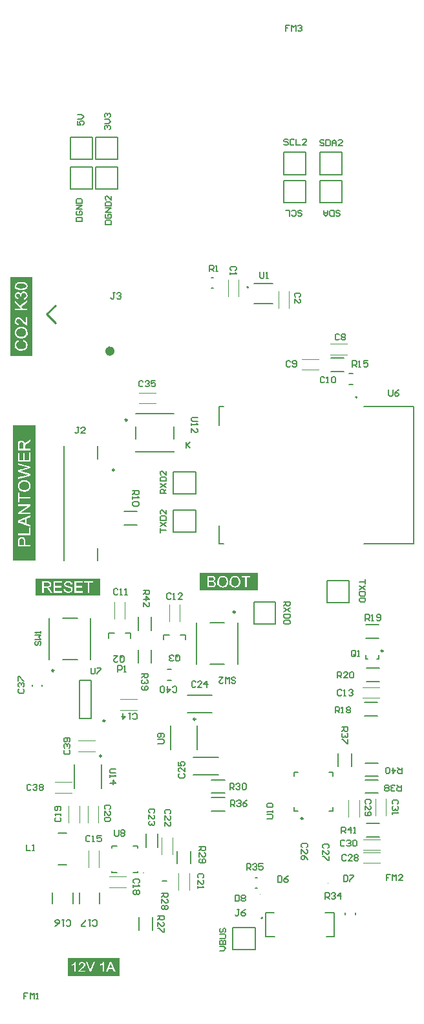
<source format=gto>
G04*
G04 #@! TF.GenerationSoftware,Altium Limited,Altium Designer,24.0.1 (36)*
G04*
G04 Layer_Color=65535*
%FSLAX44Y44*%
%MOMM*%
G71*
G04*
G04 #@! TF.SameCoordinates,7A80B53C-B2C1-45D1-8136-E7169236FAC4*
G04*
G04*
G04 #@! TF.FilePolarity,Positive*
G04*
G01*
G75*
%ADD10C,0.2500*%
%ADD11C,0.2000*%
%ADD12C,0.1000*%
%ADD13C,0.7000*%
%ADD14C,0.1270*%
%ADD15C,0.2540*%
%ADD16C,0.1500*%
G36*
X342980Y588496D02*
X267020D01*
Y611504D01*
X342980D01*
Y588496D01*
D02*
G37*
G36*
X161480Y83925D02*
X94520D01*
Y108075D01*
X161480D01*
Y83925D01*
D02*
G37*
G36*
X51508Y627607D02*
X22491D01*
Y804393D01*
X51508D01*
Y627607D01*
D02*
G37*
G36*
X47509Y895500D02*
X18491D01*
Y998500D01*
X47509D01*
Y895500D01*
D02*
G37*
G36*
X136460Y581746D02*
X51540D01*
Y604254D01*
X136460D01*
Y581746D01*
D02*
G37*
%LPC*%
G36*
X313269Y607620D02*
X313078D01*
X312503Y607599D01*
X311971Y607535D01*
X311460Y607429D01*
X310970Y607301D01*
X310523Y607131D01*
X310098Y606960D01*
X309715Y606769D01*
X309374Y606577D01*
X309055Y606386D01*
X308778Y606194D01*
X308544Y606024D01*
X308352Y605853D01*
X308203Y605726D01*
X308076Y605619D01*
X308012Y605555D01*
X307991Y605534D01*
X307650Y605130D01*
X307352Y604704D01*
X307075Y604236D01*
X306863Y603768D01*
X306671Y603278D01*
X306501Y602810D01*
X306373Y602341D01*
X306288Y601894D01*
X306203Y601469D01*
X306139Y601064D01*
X306096Y600702D01*
X306054Y600404D01*
Y600149D01*
X306032Y599957D01*
Y599979D01*
Y592380D01*
Y599787D01*
X306075Y599063D01*
X306160Y598404D01*
X306288Y597765D01*
X306373Y597488D01*
X306458Y597212D01*
X306522Y596978D01*
X306607Y596765D01*
X306671Y596573D01*
X306735Y596403D01*
X306777Y596275D01*
X306820Y596190D01*
X306863Y596126D01*
Y596105D01*
X307224Y595488D01*
X307607Y594955D01*
X308033Y594487D01*
X308438Y594104D01*
X308799Y593785D01*
X308948Y593657D01*
X309076Y593572D01*
X309204Y593487D01*
X309289Y593423D01*
X309331Y593402D01*
X309353Y593380D01*
X309672Y593210D01*
X309991Y593061D01*
X310630Y592806D01*
X311247Y592635D01*
X311822Y592508D01*
X312099Y592465D01*
X312333Y592444D01*
X312546Y592401D01*
X312737D01*
X312865Y592380D01*
X306032D01*
X313078D01*
X313780Y592422D01*
X314440Y592529D01*
X315057Y592657D01*
X315334Y592742D01*
X315589Y592827D01*
X315823Y592912D01*
X316036Y592997D01*
X316207Y593061D01*
X316356Y593125D01*
X316483Y593189D01*
X316590Y593231D01*
X316632Y593274D01*
X316654D01*
X317250Y593657D01*
X317761Y594083D01*
X318186Y594530D01*
X318548Y594955D01*
X318846Y595360D01*
X318952Y595509D01*
X319038Y595658D01*
X319123Y595785D01*
X319165Y595871D01*
X319208Y595934D01*
Y595956D01*
X319378Y596296D01*
X319506Y596637D01*
X319740Y597318D01*
X319910Y597999D01*
X320017Y598616D01*
X320038Y598893D01*
X320081Y599149D01*
X320102Y599383D01*
Y599574D01*
X320123Y599745D01*
Y599957D01*
X320081Y600766D01*
X319995Y601511D01*
X319932Y601852D01*
X319846Y602192D01*
X319761Y602490D01*
X319697Y602767D01*
X319612Y603022D01*
X319527Y603257D01*
X319463Y603448D01*
X319378Y603619D01*
X319336Y603746D01*
X319293Y603831D01*
X319250Y603895D01*
Y603917D01*
X318910Y604534D01*
X318505Y605087D01*
X318080Y605555D01*
X317697Y605939D01*
X317335Y606237D01*
X317164Y606364D01*
X317037Y606471D01*
X316909Y606535D01*
X316824Y606598D01*
X316781Y606620D01*
X316760Y606641D01*
X316441Y606811D01*
X316122Y606960D01*
X315504Y607216D01*
X314866Y607386D01*
X314312Y607492D01*
X314057Y607535D01*
X313801Y607578D01*
X313610Y607599D01*
X313418D01*
X313269Y607620D01*
D02*
G37*
G36*
X297263D02*
X297071D01*
X296497Y607599D01*
X295964Y607535D01*
X295454Y607429D01*
X294964Y607301D01*
X294517Y607131D01*
X294091Y606960D01*
X293708Y606769D01*
X293368Y606577D01*
X293048Y606386D01*
X292772Y606194D01*
X292537Y606024D01*
X292346Y605853D01*
X292197Y605726D01*
X292069Y605619D01*
X292005Y605555D01*
X291984Y605534D01*
X291644Y605130D01*
X291346Y604704D01*
X291069Y604236D01*
X290856Y603768D01*
X290664Y603278D01*
X290494Y602810D01*
X290366Y602341D01*
X290281Y601894D01*
X290196Y601469D01*
X290132Y601064D01*
X290090Y600702D01*
X290047Y600404D01*
Y600149D01*
X290026Y599957D01*
Y599979D01*
Y592380D01*
Y599787D01*
X290068Y599063D01*
X290154Y598404D01*
X290281Y597765D01*
X290366Y597488D01*
X290452Y597212D01*
X290515Y596978D01*
X290601Y596765D01*
X290664Y596573D01*
X290728Y596403D01*
X290771Y596275D01*
X290813Y596190D01*
X290856Y596126D01*
Y596105D01*
X291218Y595488D01*
X291601Y594955D01*
X292027Y594487D01*
X292431Y594104D01*
X292793Y593785D01*
X292942Y593657D01*
X293070Y593572D01*
X293197Y593487D01*
X293283Y593423D01*
X293325Y593402D01*
X293346Y593380D01*
X293666Y593210D01*
X293985Y593061D01*
X294624Y592806D01*
X295241Y592635D01*
X295815Y592508D01*
X296092Y592465D01*
X296326Y592444D01*
X296539Y592401D01*
X296731D01*
X296858Y592380D01*
X290026D01*
X304117D01*
D01*
X297071D01*
X297774Y592422D01*
X298433Y592529D01*
X299051Y592657D01*
X299328Y592742D01*
X299583Y592827D01*
X299817Y592912D01*
X300030Y592997D01*
X300200Y593061D01*
X300349Y593125D01*
X300477Y593189D01*
X300583Y593231D01*
X300626Y593274D01*
X300647D01*
X301243Y593657D01*
X301754Y594083D01*
X302180Y594530D01*
X302542Y594955D01*
X302840Y595360D01*
X302946Y595509D01*
X303031Y595658D01*
X303116Y595785D01*
X303159Y595871D01*
X303201Y595934D01*
Y595956D01*
X303372Y596296D01*
X303499Y596637D01*
X303734Y597318D01*
X303904Y597999D01*
X304010Y598616D01*
X304032Y598893D01*
X304074Y599149D01*
X304095Y599383D01*
Y599574D01*
X304117Y599745D01*
Y599957D01*
X304074Y600766D01*
X303989Y601511D01*
X303925Y601852D01*
X303840Y602192D01*
X303755Y602490D01*
X303691Y602767D01*
X303606Y603022D01*
X303521Y603257D01*
X303457Y603448D01*
X303372Y603619D01*
X303329Y603746D01*
X303286Y603831D01*
X303244Y603895D01*
Y603917D01*
X302903Y604534D01*
X302499Y605087D01*
X302073Y605555D01*
X301690Y605939D01*
X301328Y606237D01*
X301158Y606364D01*
X301030Y606471D01*
X300903Y606535D01*
X300818Y606598D01*
X300775Y606620D01*
X300754Y606641D01*
X300434Y606811D01*
X300115Y606960D01*
X299498Y607216D01*
X298859Y607386D01*
X298306Y607492D01*
X298050Y607535D01*
X297795Y607578D01*
X297603Y607599D01*
X297412D01*
X297263Y607620D01*
D02*
G37*
G36*
X333192Y607365D02*
X321528D01*
Y605619D01*
X326381D01*
Y592635D01*
X321528D01*
X333192D01*
Y607365D01*
D02*
G37*
G36*
X282597D02*
X276808D01*
Y592635D01*
X287940D01*
D01*
X282427D01*
X282938Y592657D01*
X283385Y592678D01*
X283789Y592720D01*
X284130Y592763D01*
X284407Y592806D01*
X284619Y592827D01*
X284747Y592869D01*
X284790D01*
X285152Y592976D01*
X285450Y593082D01*
X285726Y593210D01*
X285960Y593338D01*
X286152Y593423D01*
X286301Y593508D01*
X286386Y593572D01*
X286407Y593593D01*
X286642Y593785D01*
X286854Y594019D01*
X287025Y594253D01*
X287195Y594466D01*
X287323Y594679D01*
X287408Y594828D01*
X287472Y594934D01*
X287493Y594977D01*
X287642Y595317D01*
X287748Y595658D01*
X287833Y595977D01*
X287876Y596275D01*
X287919Y596530D01*
X287940Y596743D01*
Y596956D01*
Y596914D01*
X287919Y597382D01*
X287833Y597808D01*
X287706Y598170D01*
X287578Y598510D01*
X287450Y598765D01*
X287323Y598957D01*
X287237Y599085D01*
X287216Y599127D01*
X286918Y599468D01*
X286599Y599745D01*
X286237Y599979D01*
X285918Y600170D01*
X285620Y600319D01*
X285364Y600404D01*
X285279Y600447D01*
X285215Y600468D01*
X285173Y600490D01*
X285152D01*
X285513Y600702D01*
X285833Y600915D01*
X286088Y601149D01*
X286301Y601362D01*
X286471Y601533D01*
X286599Y601703D01*
X286663Y601788D01*
X286684Y601830D01*
X286854Y602150D01*
X286982Y602448D01*
X287089Y602746D01*
X287152Y603022D01*
X287195Y603257D01*
X287216Y603448D01*
Y603555D01*
Y603597D01*
X287195Y603959D01*
X287131Y604321D01*
X287025Y604640D01*
X286918Y604938D01*
X286812Y605194D01*
X286705Y605364D01*
X286642Y605492D01*
X286620Y605534D01*
X286386Y605853D01*
X286131Y606151D01*
X285854Y606386D01*
X285599Y606577D01*
X285386Y606726D01*
X285194Y606833D01*
X285066Y606896D01*
X285045Y606918D01*
X285024D01*
X284619Y607067D01*
X284172Y607173D01*
X283725Y607258D01*
X283300Y607301D01*
X282917Y607343D01*
X282746D01*
X282597Y607365D01*
D02*
G37*
%LPD*%
G36*
X313610Y605917D02*
X314121Y605832D01*
X314568Y605704D01*
X314951Y605577D01*
X315270Y605428D01*
X315398Y605364D01*
X315504Y605321D01*
X315611Y605257D01*
X315674Y605236D01*
X315696Y605194D01*
X315717D01*
X316122Y604896D01*
X316483Y604555D01*
X316803Y604215D01*
X317058Y603874D01*
X317250Y603576D01*
X317399Y603321D01*
X317441Y603235D01*
X317484Y603172D01*
X317505Y603129D01*
Y603108D01*
X317718Y602597D01*
X317867Y602043D01*
X317973Y601533D01*
X318037Y601043D01*
X318080Y600809D01*
X318101Y600617D01*
Y600426D01*
X318122Y600277D01*
Y600149D01*
Y600064D01*
Y600000D01*
Y599979D01*
X318101Y599468D01*
X318058Y598978D01*
X317995Y598510D01*
X317910Y598084D01*
X317782Y597701D01*
X317675Y597339D01*
X317548Y596999D01*
X317420Y596701D01*
X317271Y596445D01*
X317143Y596211D01*
X317037Y596020D01*
X316930Y595871D01*
X316824Y595743D01*
X316760Y595636D01*
X316717Y595594D01*
X316696Y595573D01*
X316420Y595296D01*
X316122Y595062D01*
X315823Y594870D01*
X315525Y594679D01*
X315228Y594530D01*
X314908Y594423D01*
X314632Y594317D01*
X314334Y594232D01*
X314078Y594168D01*
X313823Y594125D01*
X313610Y594083D01*
X313418Y594061D01*
X313269D01*
X313163Y594040D01*
X313056D01*
X312652Y594061D01*
X312269Y594104D01*
X311928Y594189D01*
X311588Y594274D01*
X311269Y594402D01*
X310970Y594530D01*
X310694Y594657D01*
X310438Y594806D01*
X310226Y594955D01*
X310034Y595083D01*
X309864Y595211D01*
X309715Y595339D01*
X309608Y595424D01*
X309523Y595509D01*
X309480Y595551D01*
X309459Y595573D01*
X309204Y595871D01*
X308991Y596190D01*
X308799Y596530D01*
X308629Y596871D01*
X308501Y597233D01*
X308374Y597574D01*
X308203Y598255D01*
X308161Y598553D01*
X308118Y598851D01*
X308076Y599106D01*
X308054Y599319D01*
X308033Y599510D01*
Y599659D01*
Y599745D01*
Y599766D01*
X308054Y600362D01*
X308097Y600915D01*
X308161Y601447D01*
X308267Y601916D01*
X308374Y602341D01*
X308501Y602724D01*
X308650Y603086D01*
X308778Y603384D01*
X308927Y603661D01*
X309055Y603895D01*
X309182Y604087D01*
X309289Y604236D01*
X309395Y604364D01*
X309459Y604449D01*
X309502Y604491D01*
X309523Y604512D01*
X309800Y604768D01*
X310098Y604981D01*
X310396Y605172D01*
X310715Y605343D01*
X311013Y605470D01*
X311311Y605598D01*
X311864Y605768D01*
X312120Y605811D01*
X312354Y605853D01*
X312546Y605896D01*
X312737Y605917D01*
X312886Y605939D01*
X313078D01*
X313610Y605917D01*
D02*
G37*
G36*
X297603D02*
X298114Y605832D01*
X298561Y605704D01*
X298944Y605577D01*
X299264Y605428D01*
X299391Y605364D01*
X299498Y605321D01*
X299604Y605257D01*
X299668Y605236D01*
X299689Y605194D01*
X299711D01*
X300115Y604896D01*
X300477Y604555D01*
X300796Y604215D01*
X301052Y603874D01*
X301243Y603576D01*
X301392Y603321D01*
X301435Y603235D01*
X301477Y603172D01*
X301499Y603129D01*
Y603108D01*
X301711Y602597D01*
X301860Y602043D01*
X301967Y601533D01*
X302031Y601043D01*
X302073Y600809D01*
X302095Y600617D01*
Y600426D01*
X302116Y600277D01*
Y600149D01*
Y600064D01*
Y600000D01*
Y599979D01*
X302095Y599468D01*
X302052Y598978D01*
X301988Y598510D01*
X301903Y598084D01*
X301775Y597701D01*
X301669Y597339D01*
X301541Y596999D01*
X301413Y596701D01*
X301264Y596445D01*
X301137Y596211D01*
X301030Y596020D01*
X300924Y595871D01*
X300818Y595743D01*
X300754Y595636D01*
X300711Y595594D01*
X300690Y595573D01*
X300413Y595296D01*
X300115Y595062D01*
X299817Y594870D01*
X299519Y594679D01*
X299221Y594530D01*
X298902Y594423D01*
X298625Y594317D01*
X298327Y594232D01*
X298072Y594168D01*
X297816Y594125D01*
X297603Y594083D01*
X297412Y594061D01*
X297263D01*
X297156Y594040D01*
X297050D01*
X296646Y594061D01*
X296262Y594104D01*
X295922Y594189D01*
X295581Y594274D01*
X295262Y594402D01*
X294964Y594530D01*
X294687Y594657D01*
X294432Y594806D01*
X294219Y594955D01*
X294028Y595083D01*
X293857Y595211D01*
X293708Y595339D01*
X293602Y595424D01*
X293517Y595509D01*
X293474Y595551D01*
X293453Y595573D01*
X293197Y595871D01*
X292985Y596190D01*
X292793Y596530D01*
X292623Y596871D01*
X292495Y597233D01*
X292367Y597574D01*
X292197Y598255D01*
X292154Y598553D01*
X292112Y598851D01*
X292069Y599106D01*
X292048Y599319D01*
X292027Y599510D01*
Y599659D01*
Y599745D01*
Y599766D01*
X292048Y600362D01*
X292090Y600915D01*
X292154Y601447D01*
X292261Y601916D01*
X292367Y602341D01*
X292495Y602724D01*
X292644Y603086D01*
X292772Y603384D01*
X292921Y603661D01*
X293048Y603895D01*
X293176Y604087D01*
X293283Y604236D01*
X293389Y604364D01*
X293453Y604449D01*
X293495Y604491D01*
X293517Y604512D01*
X293793Y604768D01*
X294091Y604981D01*
X294389Y605172D01*
X294709Y605343D01*
X295007Y605470D01*
X295305Y605598D01*
X295858Y605768D01*
X296113Y605811D01*
X296348Y605853D01*
X296539Y605896D01*
X296731Y605917D01*
X296880Y605939D01*
X297071D01*
X297603Y605917D01*
D02*
G37*
G36*
X333192Y592635D02*
X328339D01*
Y605619D01*
X333192D01*
Y592635D01*
D02*
G37*
G36*
X282725Y605577D02*
X283087Y605555D01*
X283406Y605513D01*
X283640Y605470D01*
X283789Y605449D01*
X283896Y605406D01*
X283917D01*
X284151Y605321D01*
X284364Y605194D01*
X284534Y605066D01*
X284683Y604938D01*
X284790Y604832D01*
X284875Y604725D01*
X284917Y604661D01*
X284939Y604640D01*
X285066Y604427D01*
X285152Y604215D01*
X285215Y604002D01*
X285258Y603789D01*
X285279Y603619D01*
X285301Y603491D01*
Y603406D01*
Y603363D01*
X285279Y603086D01*
X285237Y602831D01*
X285173Y602618D01*
X285109Y602448D01*
X285045Y602299D01*
X284981Y602171D01*
X284939Y602107D01*
X284917Y602086D01*
X284768Y601916D01*
X284577Y601745D01*
X284385Y601618D01*
X284215Y601533D01*
X284045Y601447D01*
X283917Y601384D01*
X283832Y601362D01*
X283789Y601341D01*
X283555Y601298D01*
X283257Y601256D01*
X282959Y601235D01*
X282661Y601213D01*
X282384Y601192D01*
X278766D01*
Y605619D01*
X282257D01*
X282725Y605577D01*
D02*
G37*
G36*
X283087Y599404D02*
X283449Y599361D01*
X283747Y599319D01*
X283981Y599276D01*
X284172Y599234D01*
X284258Y599212D01*
X284300Y599191D01*
X284577Y599085D01*
X284811Y598957D01*
X285024Y598808D01*
X285194Y598659D01*
X285322Y598531D01*
X285407Y598425D01*
X285471Y598340D01*
X285492Y598318D01*
X285641Y598084D01*
X285748Y597850D01*
X285833Y597616D01*
X285875Y597403D01*
X285918Y597212D01*
X285939Y597041D01*
Y596956D01*
Y596914D01*
X285918Y596658D01*
X285896Y596403D01*
X285854Y596190D01*
X285790Y596020D01*
X285726Y595871D01*
X285684Y595743D01*
X285662Y595679D01*
X285641Y595658D01*
X285513Y595466D01*
X285407Y595296D01*
X285258Y595168D01*
X285152Y595041D01*
X285045Y594955D01*
X284960Y594892D01*
X284896Y594849D01*
X284875Y594828D01*
X284513Y594657D01*
X284151Y594530D01*
X284002Y594487D01*
X283874Y594466D01*
X283789Y594445D01*
X283768D01*
X283598Y594423D01*
X283406Y594402D01*
X282959Y594381D01*
X278766D01*
Y599447D01*
X282640D01*
X283087Y599404D01*
D02*
G37*
%LPC*%
G36*
X141156Y102435D02*
X140138D01*
X139952Y102120D01*
X139749Y101824D01*
X139508Y101527D01*
X139286Y101268D01*
X139064Y101046D01*
X138897Y100861D01*
X138823Y100805D01*
X138767Y100750D01*
X138749Y100731D01*
X138730Y100712D01*
X138342Y100398D01*
X137953Y100101D01*
X137582Y99842D01*
X137212Y99639D01*
X136897Y99453D01*
X136768Y99379D01*
X136657Y99324D01*
X136564Y99268D01*
X136490Y99250D01*
X136453Y99213D01*
X136434D01*
Y102435D01*
Y97694D01*
X136712Y97805D01*
X136990Y97935D01*
X137268Y98065D01*
X137527Y98194D01*
X137749Y98305D01*
X137934Y98398D01*
X138045Y98472D01*
X138064Y98490D01*
X138082D01*
X138416Y98694D01*
X138712Y98898D01*
X138971Y99083D01*
X139175Y99250D01*
X139360Y99379D01*
X139471Y99490D01*
X139564Y99565D01*
X139582Y99583D01*
Y89565D01*
X136434D01*
X141156D01*
Y102435D01*
D02*
G37*
G36*
X104308D02*
X103290D01*
X103104Y102120D01*
X102901Y101824D01*
X102660Y101527D01*
X102438Y101268D01*
X102216Y101046D01*
X102049Y100861D01*
X101975Y100805D01*
X101919Y100750D01*
X101901Y100731D01*
X101882Y100712D01*
X101494Y100398D01*
X101105Y100101D01*
X100734Y99842D01*
X100364Y99639D01*
X100049Y99453D01*
X99920Y99379D01*
X99809Y99324D01*
X99716Y99268D01*
X99642Y99250D01*
X99605Y99213D01*
X99586D01*
Y102435D01*
Y97694D01*
X99864Y97805D01*
X100142Y97935D01*
X100420Y98065D01*
X100679Y98194D01*
X100901Y98305D01*
X101086Y98398D01*
X101197Y98472D01*
X101216Y98490D01*
X101234D01*
X101568Y98694D01*
X101864Y98898D01*
X102123Y99083D01*
X102327Y99250D01*
X102512Y99379D01*
X102623Y99490D01*
X102716Y99565D01*
X102734Y99583D01*
Y89565D01*
X99586D01*
X104308D01*
Y102435D01*
D02*
G37*
G36*
X116622D02*
Y91084D01*
X110307D01*
X110530Y91399D01*
X110641Y91528D01*
X110733Y91658D01*
X110826Y91769D01*
X110900Y91843D01*
X110955Y91899D01*
X110974Y91917D01*
X111067Y92010D01*
X111178Y92102D01*
X111437Y92343D01*
X111733Y92621D01*
X112048Y92899D01*
X112344Y93139D01*
X112474Y93250D01*
X112585Y93361D01*
X112677Y93435D01*
X112752Y93491D01*
X112789Y93528D01*
X112807Y93547D01*
X113103Y93806D01*
X113400Y94046D01*
X113659Y94287D01*
X113900Y94491D01*
X114122Y94695D01*
X114307Y94880D01*
X114492Y95046D01*
X114640Y95195D01*
X114788Y95343D01*
X114900Y95454D01*
X114992Y95546D01*
X115085Y95639D01*
X115177Y95750D01*
X115214Y95787D01*
X115473Y96102D01*
X115696Y96380D01*
X115881Y96657D01*
X116029Y96880D01*
X116140Y97083D01*
X116214Y97231D01*
X116251Y97324D01*
X116270Y97361D01*
X116381Y97639D01*
X116455Y97916D01*
X116529Y98176D01*
X116566Y98398D01*
X116585Y98602D01*
X116603Y98750D01*
Y98842D01*
Y98879D01*
X116585Y99157D01*
X116547Y99416D01*
X116510Y99676D01*
X116436Y99898D01*
X116251Y100342D01*
X116066Y100694D01*
X115955Y100861D01*
X115862Y100990D01*
X115770Y101120D01*
X115677Y101212D01*
X115603Y101286D01*
X115566Y101361D01*
X115529Y101379D01*
X115511Y101398D01*
X115307Y101583D01*
X115085Y101749D01*
X114844Y101879D01*
X114603Y101990D01*
X114122Y102175D01*
X113640Y102305D01*
X113437Y102342D01*
X113233Y102379D01*
X113048Y102397D01*
X112900Y102416D01*
X112770Y102435D01*
X112585D01*
D01*
X108122D01*
X112585D01*
X112252Y102416D01*
X111937Y102397D01*
X111641Y102342D01*
X111363Y102286D01*
X111104Y102212D01*
X110863Y102138D01*
X110641Y102046D01*
X110437Y101953D01*
X110252Y101861D01*
X110104Y101768D01*
X109974Y101694D01*
X109863Y101620D01*
X109770Y101564D01*
X109715Y101509D01*
X109678Y101490D01*
X109659Y101472D01*
X109474Y101286D01*
X109307Y101083D01*
X109141Y100861D01*
X109011Y100638D01*
X108789Y100194D01*
X108641Y99750D01*
X108585Y99546D01*
X108530Y99342D01*
X108493Y99176D01*
X108456Y99028D01*
X108437Y98898D01*
Y98805D01*
X108419Y98750D01*
Y98731D01*
X110030Y98565D01*
X110067Y98990D01*
X110141Y99361D01*
X110252Y99694D01*
X110381Y99953D01*
X110493Y100176D01*
X110604Y100324D01*
X110678Y100416D01*
X110715Y100453D01*
X110992Y100675D01*
X111289Y100842D01*
X111604Y100972D01*
X111881Y101046D01*
X112141Y101101D01*
X112363Y101120D01*
X112437Y101138D01*
X112548D01*
X112937Y101120D01*
X113289Y101046D01*
X113585Y100935D01*
X113844Y100824D01*
X114048Y100694D01*
X114177Y100601D01*
X114270Y100527D01*
X114307Y100490D01*
X114529Y100231D01*
X114696Y99972D01*
X114825Y99713D01*
X114900Y99453D01*
X114955Y99250D01*
X114974Y99065D01*
X114992Y98953D01*
Y98935D01*
Y98916D01*
X114955Y98583D01*
X114881Y98231D01*
X114751Y97916D01*
X114622Y97620D01*
X114474Y97380D01*
X114344Y97176D01*
X114307Y97102D01*
X114270Y97046D01*
X114233Y97028D01*
Y97009D01*
X114085Y96805D01*
X113900Y96602D01*
X113696Y96380D01*
X113474Y96157D01*
X113011Y95713D01*
X112548Y95269D01*
X112307Y95065D01*
X112104Y94880D01*
X111900Y94713D01*
X111733Y94565D01*
X111604Y94454D01*
X111493Y94361D01*
X111418Y94306D01*
X111400Y94287D01*
X110937Y93898D01*
X110511Y93528D01*
X110159Y93195D01*
X109881Y92917D01*
X109641Y92676D01*
X109474Y92510D01*
X109382Y92399D01*
X109345Y92380D01*
Y92361D01*
X109085Y92047D01*
X108882Y91750D01*
X108696Y91454D01*
X108548Y91195D01*
X108437Y90973D01*
X108363Y90806D01*
X108326Y90695D01*
X108308Y90676D01*
Y90658D01*
X108233Y90454D01*
X108196Y90269D01*
X108160Y90084D01*
X108141Y89917D01*
X108122Y89769D01*
Y90806D01*
Y89565D01*
X116622D01*
Y102435D01*
D02*
G37*
G36*
X129361Y102379D02*
X122795D01*
X127639D01*
X124158Y93065D01*
X124010Y92676D01*
X123880Y92306D01*
X123769Y91954D01*
X123676Y91639D01*
X123584Y91362D01*
X123528Y91158D01*
X123510Y91084D01*
X123491Y91028D01*
X123473Y90991D01*
Y90973D01*
X123251Y91713D01*
X123139Y92065D01*
X123028Y92380D01*
X122936Y92658D01*
X122899Y92769D01*
X122880Y92880D01*
X122843Y92954D01*
X122825Y93010D01*
X122806Y93047D01*
Y93065D01*
X119473Y102379D01*
X117621D01*
X122584Y89565D01*
X117621D01*
X129361D01*
X124361D01*
X129361Y102379D01*
D02*
G37*
G36*
X151173D02*
X149322D01*
X144433Y89565D01*
X156414D01*
X151173Y102379D01*
D02*
G37*
%LPD*%
G36*
X150340Y100620D02*
X150488Y100176D01*
X150637Y99731D01*
X150785Y99305D01*
X150859Y99120D01*
X150914Y98935D01*
X150970Y98768D01*
X151025Y98639D01*
X151062Y98527D01*
X151100Y98435D01*
X151118Y98379D01*
Y98361D01*
X152451Y94843D01*
X148118D01*
X149507Y98583D01*
X149674Y99046D01*
X149803Y99490D01*
X149933Y99898D01*
X150026Y100268D01*
X150100Y100583D01*
X150137Y100712D01*
X150155Y100842D01*
X150192Y100916D01*
Y100990D01*
X150211Y101027D01*
Y101046D01*
X150340Y100620D01*
D02*
G37*
G36*
X154488Y89565D02*
X146230D01*
X147618Y93454D01*
X152988D01*
X154488Y89565D01*
D02*
G37*
%LPC*%
G36*
X45006Y785835D02*
X40656Y783081D01*
X40193Y782757D01*
X39777Y782457D01*
X39430Y782156D01*
X39106Y781901D01*
X38874Y781670D01*
X38689Y781485D01*
X38573Y781369D01*
X38527Y781323D01*
X38388Y781138D01*
X38226Y780929D01*
X37972Y780513D01*
X37879Y780328D01*
X37787Y780189D01*
X37740Y780096D01*
X37717Y780050D01*
X37648Y780467D01*
X37578Y780860D01*
X37463Y781207D01*
X37370Y781554D01*
X37254Y781855D01*
X37116Y782133D01*
X37000Y782387D01*
X36884Y782619D01*
X36745Y782804D01*
X36630Y782989D01*
X36537Y783128D01*
X36444Y783243D01*
X36375Y783336D01*
X36306Y783405D01*
X36283Y783428D01*
X36259Y783452D01*
X36028Y783637D01*
X35797Y783822D01*
X35311Y784100D01*
X34825Y784285D01*
X34362Y784423D01*
X33969Y784516D01*
X33807Y784539D01*
X33645D01*
X33529Y784562D01*
X33436D01*
X33390D01*
X33367D01*
X32881Y784539D01*
X32441Y784470D01*
X32025Y784354D01*
X31678Y784238D01*
X31377Y784100D01*
X31146Y784007D01*
X31007Y783914D01*
X30984Y783891D01*
X30961D01*
X30590Y783614D01*
X30266Y783336D01*
X29989Y783035D01*
X29780Y782757D01*
X29618Y782503D01*
X29526Y782295D01*
X29456Y782156D01*
X29433Y782133D01*
Y782110D01*
X29364Y781901D01*
X29295Y781647D01*
X29179Y781138D01*
X29109Y780582D01*
X29040Y780073D01*
X29017Y779587D01*
Y779379D01*
X28994Y779194D01*
Y785835D01*
Y771766D01*
X45006D01*
Y773895D01*
X37902D01*
Y776625D01*
X37926Y776880D01*
Y777065D01*
X37949Y777227D01*
X37972Y777343D01*
Y777435D01*
X37995Y777482D01*
Y777505D01*
X38111Y777875D01*
X38180Y778037D01*
X38249Y778176D01*
X38319Y778315D01*
X38365Y778407D01*
X38388Y778454D01*
X38411Y778477D01*
X38550Y778662D01*
X38712Y778847D01*
X39059Y779194D01*
X39221Y779356D01*
X39360Y779472D01*
X39453Y779541D01*
X39476Y779564D01*
X39800Y779796D01*
X40147Y780050D01*
X40517Y780305D01*
X40864Y780559D01*
X41188Y780767D01*
X41443Y780929D01*
X41535Y780999D01*
X41605Y781045D01*
X41651Y781091D01*
X41674D01*
X45006Y783197D01*
Y785835D01*
D02*
G37*
G36*
Y768804D02*
X28994D01*
Y756841D01*
X45006D01*
Y768804D01*
D02*
G37*
G36*
X28994Y754828D02*
Y748349D01*
Y752676D01*
X39291Y750177D01*
X40008Y749992D01*
X40656Y749853D01*
X41258Y749714D01*
X41767Y749599D01*
X41998Y749529D01*
X42206Y749506D01*
X42368Y749460D01*
X42507Y749437D01*
X42623Y749390D01*
X42715D01*
X42762Y749367D01*
X42785D01*
X41767Y749205D01*
X40772Y748997D01*
X39823Y748789D01*
X39383Y748696D01*
X38944Y748580D01*
X38550Y748488D01*
X38203Y748395D01*
X37902Y748303D01*
X37625Y748233D01*
X37416Y748187D01*
X37254Y748141D01*
X37139Y748095D01*
X37116D01*
X28994Y745827D01*
Y734211D01*
D01*
X45006Y738399D01*
Y736409D01*
Y740620D01*
X32812Y743999D01*
X32511Y744091D01*
X32187Y744161D01*
X31863Y744253D01*
X31585Y744323D01*
X31331Y744392D01*
X31123Y744438D01*
X30984Y744462D01*
X30961Y744485D01*
X30937D01*
X31007Y744508D01*
X31123Y744531D01*
X31377Y744601D01*
X31678Y744693D01*
X32002Y744786D01*
X32303Y744855D01*
X32557Y744924D01*
X32673Y744948D01*
X32742Y744971D01*
X32789Y744994D01*
X32812D01*
X45006Y748349D01*
Y743258D01*
Y750432D01*
X28994Y754828D01*
D02*
G37*
G36*
X45284Y732961D02*
X28716D01*
X37046D01*
X36167Y732915D01*
X35357Y732823D01*
X34987Y732753D01*
X34616Y732661D01*
X34293Y732568D01*
X33992Y732499D01*
X33714Y732406D01*
X33459Y732314D01*
X33251Y732244D01*
X33066Y732151D01*
X32927Y732105D01*
X32835Y732059D01*
X32765Y732013D01*
X32742D01*
X32071Y731643D01*
X31470Y731203D01*
X30961Y730740D01*
X30544Y730323D01*
X30220Y729930D01*
X30081Y729745D01*
X29966Y729606D01*
X29896Y729467D01*
X29827Y729375D01*
X29804Y729329D01*
X29780Y729305D01*
X29595Y728958D01*
X29433Y728611D01*
X29156Y727940D01*
X28970Y727246D01*
X28855Y726644D01*
X28809Y726367D01*
X28762Y726089D01*
X28739Y725881D01*
Y725673D01*
X28716Y725510D01*
Y725302D01*
X28739Y724678D01*
X28809Y724099D01*
X28924Y723544D01*
X29063Y723011D01*
X29248Y722525D01*
X29433Y722063D01*
X29641Y721646D01*
X29850Y721276D01*
X30058Y720929D01*
X30266Y720628D01*
X30451Y720374D01*
X30636Y720165D01*
X30775Y720003D01*
X30891Y719865D01*
X30961Y719795D01*
X30984Y719772D01*
X31423Y719402D01*
X31886Y719078D01*
X32395Y718777D01*
X32904Y718546D01*
X33436Y718337D01*
X33946Y718152D01*
X34455Y718013D01*
X34941Y717921D01*
X35403Y717828D01*
X35843Y717759D01*
X36236Y717712D01*
X36560Y717666D01*
X36838D01*
X37046Y717643D01*
X37231D01*
X38018Y717689D01*
X38735Y717782D01*
X39430Y717921D01*
X39730Y718013D01*
X40031Y718106D01*
X40286Y718175D01*
X40517Y718268D01*
X40725Y718337D01*
X40910Y718407D01*
X41049Y718453D01*
X41142Y718499D01*
X41211Y718546D01*
X41234D01*
X41905Y718939D01*
X42484Y719355D01*
X42993Y719818D01*
X43410Y720258D01*
X43757Y720651D01*
X43895Y720813D01*
X43988Y720952D01*
X44081Y721091D01*
X44150Y721183D01*
X44173Y721230D01*
X44196Y721253D01*
X44381Y721600D01*
X44543Y721947D01*
X44821Y722641D01*
X45006Y723312D01*
X45145Y723937D01*
X45191Y724238D01*
X45214Y724492D01*
X45261Y724724D01*
Y724932D01*
X45284Y725071D01*
Y725302D01*
X45237Y726066D01*
X45122Y726783D01*
X44983Y727454D01*
X44890Y727755D01*
X44798Y728033D01*
X44705Y728287D01*
X44613Y728519D01*
X44543Y728704D01*
X44474Y728866D01*
X44405Y729005D01*
X44358Y729120D01*
X44312Y729166D01*
Y729190D01*
X43895Y729838D01*
X43433Y730393D01*
X42947Y730856D01*
X42484Y731249D01*
X42044Y731573D01*
X41882Y731689D01*
X41720Y731781D01*
X41582Y731874D01*
X41489Y731920D01*
X41420Y731966D01*
X41396D01*
X41026Y732151D01*
X40656Y732290D01*
X39915Y732545D01*
X39175Y732730D01*
X38504Y732846D01*
X38203Y732869D01*
X37926Y732915D01*
X37671Y732938D01*
X37463D01*
X37278Y732961D01*
X45284D01*
D02*
G37*
G36*
X45006Y716093D02*
D01*
Y710817D01*
X30891D01*
Y716093D01*
X45006D01*
X28994D01*
Y703412D01*
X30891D01*
Y708688D01*
X45006D01*
Y716093D01*
D02*
G37*
G36*
Y701052D02*
X28994D01*
Y699016D01*
X41582D01*
X28994Y690616D01*
Y688441D01*
X45006D01*
Y701052D01*
D02*
G37*
G36*
Y686752D02*
X28994D01*
D01*
X45006D01*
D02*
G37*
G36*
D02*
X28994Y680204D01*
Y671781D01*
Y677890D01*
X45006Y671781D01*
Y674025D01*
X40147Y675761D01*
Y682471D01*
X45006Y684345D01*
Y686752D01*
D02*
G37*
G36*
Y671017D02*
X28994D01*
Y660998D01*
X45006D01*
Y671017D01*
D02*
G37*
G36*
Y658383D02*
Y648294D01*
X38504D01*
Y652390D01*
X38481Y652992D01*
X38435Y653570D01*
X38365Y654079D01*
X38273Y654542D01*
X38180Y654982D01*
X38064Y655352D01*
X37926Y655699D01*
X37787Y656000D01*
X37671Y656254D01*
X37532Y656486D01*
X37416Y656671D01*
X37301Y656810D01*
X37231Y656925D01*
X37162Y656995D01*
X37116Y657041D01*
X37092Y657064D01*
X36815Y657296D01*
X36537Y657504D01*
X36259Y657666D01*
X35959Y657828D01*
X35658Y657967D01*
X35380Y658059D01*
X34848Y658221D01*
X34593Y658267D01*
X34362Y658314D01*
X34154Y658337D01*
X33992Y658360D01*
X33830Y658383D01*
X45006D01*
X28994D01*
D01*
X33645D01*
X33205Y658360D01*
X32789Y658314D01*
X32418Y658221D01*
X32094Y658152D01*
X31817Y658059D01*
X31608Y657967D01*
X31493Y657920D01*
X31446Y657897D01*
X31099Y657712D01*
X30798Y657481D01*
X30521Y657272D01*
X30313Y657064D01*
X30151Y656879D01*
X30012Y656740D01*
X29942Y656648D01*
X29919Y656601D01*
X29734Y656301D01*
X29572Y655954D01*
X29433Y655630D01*
X29318Y655329D01*
X29248Y655051D01*
X29202Y654843D01*
X29156Y654681D01*
Y654634D01*
X29109Y654287D01*
X29063Y653894D01*
X29040Y653478D01*
X29017Y653084D01*
X28994Y652737D01*
Y646165D01*
X45006D01*
Y658383D01*
D02*
G37*
%LPD*%
G36*
X33668Y782364D02*
X33946Y782318D01*
X34177Y782248D01*
X34385Y782179D01*
X34570Y782086D01*
X34709Y782017D01*
X34802Y781971D01*
X34825Y781947D01*
X35056Y781786D01*
X35264Y781577D01*
X35426Y781369D01*
X35565Y781161D01*
X35658Y780976D01*
X35727Y780837D01*
X35773Y780744D01*
X35797Y780698D01*
X35889Y780374D01*
X35959Y780004D01*
X36005Y779634D01*
X36028Y779263D01*
X36051Y778939D01*
X36074Y778662D01*
Y773895D01*
X30775D01*
Y778939D01*
X30798Y779564D01*
X30891Y780096D01*
X31007Y780559D01*
X31146Y780906D01*
X31284Y781207D01*
X31400Y781392D01*
X31493Y781508D01*
X31516Y781554D01*
X31817Y781832D01*
X32118Y782040D01*
X32441Y782179D01*
X32719Y782295D01*
X32997Y782341D01*
X33205Y782364D01*
X33344Y782387D01*
X33367D01*
X33390D01*
X33668Y782364D01*
D02*
G37*
G36*
X43109Y758970D02*
X37671D01*
Y767832D01*
X35773D01*
Y758970D01*
X30891D01*
Y768434D01*
X28994D01*
Y768804D01*
X43109D01*
Y758970D01*
D02*
G37*
G36*
X39823Y740227D02*
X39915Y740204D01*
X40054Y740158D01*
X40239Y740111D01*
X40448Y740065D01*
X40679Y739996D01*
X40934Y739949D01*
X41443Y739811D01*
X41952Y739695D01*
X42183Y739625D01*
X42368Y739579D01*
X42553Y739556D01*
X42669Y739510D01*
X42762Y739487D01*
X42785D01*
X42183Y739371D01*
X41582Y739255D01*
X41026Y739140D01*
X40540Y739024D01*
X40309Y738978D01*
X40101Y738931D01*
X39939Y738885D01*
X39777Y738862D01*
X39661Y738839D01*
X39568Y738816D01*
X39522Y738792D01*
X39499D01*
X28994Y736409D01*
Y743258D01*
X39823Y740227D01*
D02*
G37*
G36*
X37578Y730763D02*
X38111Y730717D01*
X38620Y730648D01*
X39082Y730555D01*
X39499Y730416D01*
X39892Y730300D01*
X40262Y730162D01*
X40587Y730023D01*
X40864Y729861D01*
X41119Y729722D01*
X41327Y729606D01*
X41489Y729491D01*
X41628Y729375D01*
X41743Y729305D01*
X41790Y729259D01*
X41813Y729236D01*
X42114Y728935D01*
X42368Y728611D01*
X42576Y728287D01*
X42785Y727963D01*
X42947Y727639D01*
X43062Y727292D01*
X43178Y726991D01*
X43271Y726667D01*
X43340Y726390D01*
X43386Y726112D01*
X43433Y725881D01*
X43456Y725673D01*
Y725510D01*
X43479Y725395D01*
Y725279D01*
X43456Y724839D01*
X43410Y724423D01*
X43317Y724053D01*
X43224Y723682D01*
X43085Y723335D01*
X42947Y723011D01*
X42808Y722711D01*
X42646Y722433D01*
X42484Y722202D01*
X42345Y721993D01*
X42206Y721808D01*
X42067Y721646D01*
X41975Y721531D01*
X41882Y721438D01*
X41836Y721392D01*
X41813Y721369D01*
X41489Y721091D01*
X41142Y720860D01*
X40772Y720651D01*
X40401Y720466D01*
X40008Y720327D01*
X39638Y720189D01*
X38897Y720003D01*
X38573Y719957D01*
X38249Y719911D01*
X37972Y719865D01*
X37740Y719841D01*
X37532Y719818D01*
X37370D01*
X37278D01*
X37254D01*
X36607Y719841D01*
X36005Y719888D01*
X35426Y719957D01*
X34917Y720073D01*
X34455Y720189D01*
X34038Y720327D01*
X33645Y720489D01*
X33321Y720628D01*
X33020Y720790D01*
X32765Y720929D01*
X32557Y721068D01*
X32395Y721183D01*
X32256Y721299D01*
X32164Y721369D01*
X32118Y721415D01*
X32094Y721438D01*
X31817Y721739D01*
X31585Y722063D01*
X31377Y722387D01*
X31192Y722734D01*
X31053Y723058D01*
X30914Y723382D01*
X30729Y723983D01*
X30683Y724261D01*
X30636Y724516D01*
X30590Y724724D01*
X30567Y724932D01*
X30544Y725094D01*
Y725302D01*
X30567Y725881D01*
X30660Y726436D01*
X30798Y726922D01*
X30937Y727338D01*
X31099Y727686D01*
X31169Y727824D01*
X31215Y727940D01*
X31284Y728056D01*
X31308Y728125D01*
X31354Y728148D01*
Y728171D01*
X31678Y728611D01*
X32048Y729005D01*
X32418Y729352D01*
X32789Y729629D01*
X33112Y729838D01*
X33390Y730000D01*
X33483Y730046D01*
X33552Y730092D01*
X33598Y730115D01*
X33621D01*
X34177Y730347D01*
X34778Y730509D01*
X35334Y730624D01*
X35866Y730694D01*
X36121Y730740D01*
X36329Y730763D01*
X36537D01*
X36699Y730786D01*
X36838D01*
X36930D01*
X37000D01*
X37023D01*
X37578Y730763D01*
D02*
G37*
G36*
X45006Y690478D02*
X32441D01*
X45006Y698854D01*
Y690478D01*
D02*
G37*
G36*
X38411Y676386D02*
X33737Y678121D01*
X33159Y678329D01*
X32603Y678491D01*
X32094Y678653D01*
X31632Y678769D01*
X31238Y678861D01*
X31076Y678908D01*
X30914Y678931D01*
X30822Y678977D01*
X30729D01*
X30683Y679000D01*
X30660D01*
X31192Y679162D01*
X31747Y679347D01*
X32303Y679532D01*
X32835Y679718D01*
X33066Y679810D01*
X33298Y679880D01*
X33506Y679949D01*
X33668Y680018D01*
X33807Y680065D01*
X33922Y680111D01*
X33992Y680134D01*
X34015D01*
X38411Y681800D01*
Y676386D01*
D02*
G37*
G36*
X43109Y663127D02*
X28994D01*
Y671017D01*
X43109D01*
Y663127D01*
D02*
G37*
G36*
X34200Y656162D02*
X34616Y656069D01*
X34987Y655930D01*
X35288Y655768D01*
X35519Y655606D01*
X35704Y655468D01*
X35797Y655375D01*
X35843Y655329D01*
X35982Y655167D01*
X36097Y654958D01*
X36283Y654519D01*
X36421Y654033D01*
X36514Y653547D01*
X36560Y653107D01*
X36583Y652922D01*
Y652760D01*
X36607Y652598D01*
Y648294D01*
X30891D01*
Y652876D01*
X30914Y653292D01*
X30937Y653640D01*
X30961Y653917D01*
X31007Y654102D01*
X31030Y654241D01*
X31053Y654334D01*
Y654357D01*
X31169Y654658D01*
X31308Y654912D01*
X31446Y655144D01*
X31608Y655352D01*
X31770Y655491D01*
X31886Y655606D01*
X31979Y655676D01*
X32002Y655699D01*
X32279Y655861D01*
X32557Y656000D01*
X32858Y656092D01*
X33112Y656139D01*
X33344Y656185D01*
X33552Y656208D01*
X33668D01*
X33691D01*
X33714D01*
X34200Y656162D01*
D02*
G37*
%LPC*%
G36*
X41284Y991937D02*
X24924D01*
Y981478D01*
Y986707D01*
X24971Y986082D01*
X25063Y985504D01*
X25225Y985018D01*
X25387Y984602D01*
X25572Y984254D01*
X25642Y984116D01*
X25734Y984000D01*
X25780Y983907D01*
X25827Y983838D01*
X25873Y983815D01*
Y983792D01*
X26243Y983375D01*
X26683Y983028D01*
X27123Y982727D01*
X27539Y982496D01*
X27933Y982311D01*
X28094Y982218D01*
X28256Y982172D01*
X28372Y982126D01*
X28465Y982079D01*
X28511Y982056D01*
X28534D01*
X28881Y981964D01*
X29228Y981871D01*
X29992Y981732D01*
X30756Y981617D01*
X31473Y981547D01*
X31820Y981524D01*
X32121Y981501D01*
X32398D01*
X32653Y981478D01*
X33116D01*
X33926Y981501D01*
X34689Y981547D01*
X35383Y981617D01*
X36031Y981732D01*
X36633Y981848D01*
X37165Y981987D01*
X37651Y982126D01*
X38068Y982264D01*
X38438Y982403D01*
X38762Y982565D01*
X39039Y982681D01*
X39248Y982797D01*
X39433Y982912D01*
X39548Y982982D01*
X39618Y983028D01*
X39641Y983051D01*
X39919Y983306D01*
X40173Y983583D01*
X40405Y983884D01*
X40590Y984185D01*
X40752Y984486D01*
X40890Y984787D01*
X40983Y985087D01*
X41076Y985365D01*
X41145Y985643D01*
X41191Y985897D01*
X41238Y986129D01*
X41261Y986314D01*
X41284Y986476D01*
Y986707D01*
X41238Y987332D01*
X41145Y987910D01*
X40983Y988396D01*
X40821Y988813D01*
X40659Y989160D01*
X40567Y989276D01*
X40497Y989391D01*
X40451Y989484D01*
X40405Y989553D01*
X40358Y989576D01*
Y989600D01*
X39965Y990016D01*
X39548Y990363D01*
X39086Y990664D01*
X38669Y990895D01*
X38276Y991080D01*
X38114Y991173D01*
X37952Y991219D01*
X37836Y991266D01*
X37744Y991312D01*
X37697Y991335D01*
X37674D01*
X37327Y991451D01*
X36980Y991543D01*
X36240Y991682D01*
X35476Y991798D01*
X34735Y991867D01*
X34411Y991890D01*
X34111Y991914D01*
X33833D01*
X33579Y991937D01*
X41284D01*
D02*
G37*
G36*
X36494Y979534D02*
X24924D01*
X36286D01*
X35730Y979511D01*
X35221Y979418D01*
X34782Y979279D01*
X34411Y979141D01*
X34111Y979002D01*
X33879Y978863D01*
X33740Y978770D01*
X33694Y978747D01*
X33347Y978423D01*
X33046Y978076D01*
X32815Y977706D01*
X32630Y977336D01*
X32491Y977012D01*
X32398Y976757D01*
X32375Y976665D01*
X32352Y976595D01*
X32329Y976549D01*
Y976526D01*
X32121Y976919D01*
X31912Y977243D01*
X31681Y977521D01*
X31473Y977752D01*
X31288Y977937D01*
X31126Y978076D01*
X31033Y978146D01*
X30987Y978169D01*
X30663Y978354D01*
X30339Y978493D01*
X30015Y978608D01*
X29714Y978678D01*
X29460Y978724D01*
X29274Y978747D01*
X29136D01*
X29089D01*
X28696Y978724D01*
X28303Y978655D01*
X27956Y978562D01*
X27655Y978446D01*
X27400Y978331D01*
X27192Y978238D01*
X27076Y978169D01*
X27030Y978146D01*
X26683Y977914D01*
X26382Y977636D01*
X26128Y977359D01*
X25896Y977081D01*
X25734Y976850D01*
X25595Y976641D01*
X25526Y976503D01*
X25503Y976480D01*
Y976456D01*
X25318Y976040D01*
X25179Y975623D01*
X25063Y975207D01*
X24994Y974837D01*
X24948Y974536D01*
X24924Y974281D01*
D01*
Y973703D01*
X24971Y973379D01*
X25086Y972754D01*
X25271Y972222D01*
X25457Y971759D01*
X25572Y971551D01*
X25665Y971389D01*
X25757Y971227D01*
X25850Y971111D01*
X25919Y971019D01*
X25966Y970949D01*
X25989Y970903D01*
X26012Y970880D01*
X26451Y970440D01*
X26937Y970093D01*
X27446Y969815D01*
X27956Y969584D01*
X28395Y969445D01*
X28580Y969376D01*
X28742Y969330D01*
X28881Y969306D01*
X28974Y969283D01*
X29043Y969260D01*
X29066D01*
X29413Y971227D01*
X28904Y971320D01*
X28465Y971458D01*
X28094Y971620D01*
X27794Y971782D01*
X27562Y971944D01*
X27400Y972083D01*
X27285Y972176D01*
X27261Y972199D01*
X27030Y972500D01*
X26845Y972823D01*
X26729Y973124D01*
X26637Y973425D01*
X26590Y973703D01*
X26544Y973911D01*
Y974096D01*
X26567Y974513D01*
X26660Y974883D01*
X26776Y975207D01*
X26891Y975485D01*
X27030Y975693D01*
X27146Y975855D01*
X27238Y975971D01*
X27261Y975994D01*
X27539Y976248D01*
X27840Y976433D01*
X28141Y976549D01*
X28418Y976641D01*
X28673Y976688D01*
X28858Y976734D01*
X28997D01*
X29020D01*
X29043D01*
X29298D01*
X29529Y976688D01*
X29922Y976572D01*
X30269Y976410D01*
X30570Y976225D01*
X30779Y976040D01*
X30941Y975878D01*
X31033Y975762D01*
X31056Y975739D01*
Y975716D01*
X31265Y975323D01*
X31426Y974952D01*
X31542Y974559D01*
X31612Y974212D01*
X31658Y973911D01*
X31704Y973656D01*
Y973356D01*
X31681Y973263D01*
Y973148D01*
X33417Y972916D01*
X33347Y973217D01*
X33301Y973495D01*
X33254Y973726D01*
X33231Y973934D01*
X33208Y974096D01*
Y974305D01*
X33254Y974790D01*
X33347Y975230D01*
X33486Y975623D01*
X33648Y975947D01*
X33810Y976202D01*
X33949Y976387D01*
X34041Y976503D01*
X34088Y976549D01*
X34435Y976850D01*
X34805Y977081D01*
X35175Y977243D01*
X35545Y977336D01*
X35846Y977405D01*
X36101Y977428D01*
X36193Y977451D01*
X36263D01*
X36309D01*
X36332D01*
X36841Y977405D01*
X37304Y977289D01*
X37697Y977151D01*
X38044Y976965D01*
X38322Y976780D01*
X38530Y976641D01*
X38669Y976526D01*
X38715Y976480D01*
X39039Y976109D01*
X39271Y975716D01*
X39433Y975323D01*
X39548Y974952D01*
X39618Y974628D01*
X39641Y974374D01*
X39664Y974281D01*
Y974143D01*
X39641Y973726D01*
X39548Y973333D01*
X39433Y972986D01*
X39294Y972708D01*
X39178Y972476D01*
X39062Y972291D01*
X38970Y972199D01*
X38947Y972152D01*
X38623Y971875D01*
X38253Y971643D01*
X37859Y971435D01*
X37443Y971273D01*
X37096Y971158D01*
X36934Y971111D01*
X36795Y971088D01*
X36679Y971065D01*
X36587Y971042D01*
X36540Y971019D01*
X36517D01*
X36772Y969052D01*
X37142Y969098D01*
X37489Y969167D01*
X38137Y969376D01*
X38692Y969630D01*
X38924Y969769D01*
X39155Y969908D01*
X39363Y970047D01*
X39525Y970186D01*
X39687Y970301D01*
X39803Y970417D01*
X39896Y970487D01*
X39965Y970556D01*
X40011Y970602D01*
X40034Y970625D01*
X40243Y970903D01*
X40451Y971181D01*
X40613Y971458D01*
X40752Y971759D01*
X40983Y972338D01*
X41122Y972893D01*
X41168Y973148D01*
X41214Y973379D01*
X41238Y973587D01*
X41261Y973772D01*
X41284Y973911D01*
Y974119D01*
X41261Y974559D01*
X41214Y974952D01*
X41145Y975346D01*
X41052Y975716D01*
X40937Y976063D01*
X40821Y976364D01*
X40682Y976665D01*
X40543Y976919D01*
X40428Y977174D01*
X40289Y977382D01*
X40173Y977567D01*
X40058Y977706D01*
X39965Y977822D01*
X39896Y977914D01*
X39849Y977961D01*
X39826Y977984D01*
X39548Y978261D01*
X39248Y978493D01*
X38947Y978701D01*
X38646Y978886D01*
X38368Y979025D01*
X38068Y979164D01*
X37512Y979349D01*
X37258Y979395D01*
X37026Y979441D01*
X36818Y979488D01*
X36633Y979511D01*
X36494Y979534D01*
D02*
G37*
G36*
X41006Y968057D02*
X31496Y961046D01*
X24994Y967756D01*
Y968057D01*
Y954821D01*
X41006D01*
Y956950D01*
X35453D01*
X32931Y959565D01*
X41006Y965257D01*
Y968057D01*
D02*
G37*
G36*
Y945774D02*
X24924D01*
X39109D01*
Y937883D01*
X38715Y938161D01*
X38553Y938299D01*
X38391Y938415D01*
X38253Y938531D01*
X38160Y938624D01*
X38091Y938693D01*
X38068Y938716D01*
X37952Y938832D01*
X37836Y938971D01*
X37535Y939295D01*
X37188Y939665D01*
X36841Y940058D01*
X36540Y940428D01*
X36402Y940590D01*
X36263Y940729D01*
X36170Y940845D01*
X36101Y940937D01*
X36054Y940984D01*
X36031Y941007D01*
X35707Y941377D01*
X35406Y941747D01*
X35106Y942071D01*
X34851Y942372D01*
X34597Y942650D01*
X34365Y942881D01*
X34157Y943112D01*
X33972Y943298D01*
X33787Y943483D01*
X33648Y943622D01*
X33532Y943737D01*
X33417Y943853D01*
X33278Y943969D01*
X33231Y944015D01*
X32838Y944339D01*
X32491Y944617D01*
X32144Y944848D01*
X31866Y945033D01*
X31612Y945172D01*
X31426Y945265D01*
X31311Y945311D01*
X31265Y945334D01*
X30917Y945473D01*
X30570Y945565D01*
X30246Y945658D01*
X29969Y945704D01*
X29714Y945727D01*
X29529Y945750D01*
X29413D01*
X29367D01*
X29020Y945727D01*
X28696Y945681D01*
X28372Y945635D01*
X28094Y945542D01*
X27539Y945311D01*
X27099Y945079D01*
X26891Y944941D01*
X26729Y944825D01*
X26567Y944709D01*
X26451Y944594D01*
X26359Y944501D01*
X26266Y944455D01*
X26243Y944408D01*
X26220Y944385D01*
X25989Y944131D01*
X25780Y943853D01*
X25619Y943552D01*
X25480Y943251D01*
X25248Y942650D01*
X25086Y942048D01*
X25040Y941794D01*
X24994Y941539D01*
X24971Y941308D01*
X24948Y941123D01*
X24924Y940961D01*
Y935153D01*
Y940729D01*
X24948Y940313D01*
X24971Y939919D01*
X25040Y939549D01*
X25109Y939202D01*
X25202Y938878D01*
X25295Y938577D01*
X25410Y938299D01*
X25526Y938045D01*
X25642Y937814D01*
X25757Y937628D01*
X25850Y937467D01*
X25942Y937328D01*
X26012Y937212D01*
X26081Y937143D01*
X26104Y937096D01*
X26128Y937073D01*
X26359Y936842D01*
X26614Y936634D01*
X26891Y936425D01*
X27169Y936263D01*
X27724Y935986D01*
X28280Y935800D01*
X28534Y935731D01*
X28789Y935662D01*
X28997Y935615D01*
X29182Y935569D01*
X29344Y935546D01*
X29460D01*
X29529Y935523D01*
X29552D01*
X29760Y937536D01*
X29228Y937582D01*
X28765Y937675D01*
X28349Y937814D01*
X28025Y937976D01*
X27747Y938114D01*
X27562Y938253D01*
X27446Y938346D01*
X27400Y938392D01*
X27123Y938739D01*
X26914Y939109D01*
X26752Y939503D01*
X26660Y939850D01*
X26590Y940174D01*
X26567Y940452D01*
X26544Y940544D01*
Y940683D01*
X26567Y941169D01*
X26660Y941609D01*
X26799Y941979D01*
X26937Y942303D01*
X27099Y942557D01*
X27215Y942719D01*
X27308Y942835D01*
X27354Y942881D01*
X27678Y943159D01*
X28002Y943367D01*
X28326Y943529D01*
X28650Y943622D01*
X28904Y943691D01*
X29136Y943714D01*
X29274Y943737D01*
X29298D01*
X29321D01*
X29737Y943691D01*
X30177Y943598D01*
X30570Y943437D01*
X30941Y943275D01*
X31241Y943089D01*
X31496Y942927D01*
X31588Y942881D01*
X31658Y942835D01*
X31681Y942789D01*
X31704D01*
X31959Y942604D01*
X32213Y942372D01*
X32491Y942117D01*
X32769Y941840D01*
X33324Y941261D01*
X33879Y940683D01*
X34134Y940382D01*
X34365Y940128D01*
X34574Y939873D01*
X34759Y939665D01*
X34897Y939503D01*
X35013Y939364D01*
X35082Y939271D01*
X35106Y939248D01*
X35592Y938670D01*
X36054Y938138D01*
X36471Y937698D01*
X36818Y937351D01*
X37119Y937050D01*
X37327Y936842D01*
X37466Y936726D01*
X37489Y936680D01*
X37512D01*
X37905Y936356D01*
X38276Y936101D01*
X38646Y935870D01*
X38970Y935685D01*
X39248Y935546D01*
X39456Y935453D01*
X39595Y935407D01*
X39618Y935384D01*
X39641D01*
X39896Y935291D01*
X40127Y935245D01*
X40358Y935199D01*
X40567Y935176D01*
X40752Y935153D01*
X41006D01*
Y945774D01*
D02*
G37*
G36*
X41284Y933510D02*
X24716D01*
D01*
X33046D01*
X32167Y933463D01*
X31357Y933371D01*
X30987Y933301D01*
X30617Y933209D01*
X30293Y933116D01*
X29992Y933047D01*
X29714Y932954D01*
X29460Y932862D01*
X29251Y932792D01*
X29066Y932700D01*
X28928Y932654D01*
X28835Y932607D01*
X28765Y932561D01*
X28742D01*
X28071Y932191D01*
X27470Y931751D01*
X26961Y931288D01*
X26544Y930872D01*
X26220Y930478D01*
X26081Y930293D01*
X25966Y930154D01*
X25896Y930016D01*
X25827Y929923D01*
X25804Y929877D01*
X25780Y929854D01*
X25595Y929507D01*
X25433Y929159D01*
X25156Y928488D01*
X24971Y927794D01*
X24855Y927193D01*
X24809Y926915D01*
X24762Y926637D01*
X24739Y926429D01*
Y926221D01*
X24716Y926059D01*
Y925851D01*
X24739Y925226D01*
X24809Y924647D01*
X24924Y924092D01*
X25063Y923560D01*
X25248Y923074D01*
X25433Y922611D01*
X25642Y922195D01*
X25850Y921824D01*
X26058Y921477D01*
X26266Y921176D01*
X26451Y920922D01*
X26637Y920714D01*
X26776Y920552D01*
X26891Y920413D01*
X26961Y920343D01*
X26984Y920320D01*
X27423Y919950D01*
X27886Y919626D01*
X28395Y919325D01*
X28904Y919094D01*
X29437Y918886D01*
X29946Y918700D01*
X30455Y918562D01*
X30941Y918469D01*
X31403Y918376D01*
X31843Y918307D01*
X32236Y918261D01*
X32560Y918214D01*
X32838D01*
X33046Y918191D01*
X33231D01*
X34018Y918238D01*
X34735Y918330D01*
X35430Y918469D01*
X35730Y918562D01*
X36031Y918654D01*
X36286Y918724D01*
X36517Y918816D01*
X36725Y918886D01*
X36911Y918955D01*
X37049Y919001D01*
X37142Y919048D01*
X37211Y919094D01*
X37234D01*
X37905Y919487D01*
X38484Y919904D01*
X38993Y920367D01*
X39410Y920806D01*
X39757Y921199D01*
X39896Y921361D01*
X39988Y921500D01*
X40081Y921639D01*
X40150Y921732D01*
X40173Y921778D01*
X40196Y921801D01*
X40381Y922148D01*
X40543Y922495D01*
X40821Y923189D01*
X41006Y923861D01*
X41145Y924485D01*
X41191Y924786D01*
X41214Y925041D01*
X41261Y925272D01*
Y925480D01*
X41284Y925619D01*
Y919950D01*
Y933510D01*
D02*
G37*
G36*
Y916225D02*
X24716D01*
Y902063D01*
Y909607D01*
X24762Y908843D01*
X24878Y908103D01*
X25017Y907455D01*
X25109Y907154D01*
X25202Y906876D01*
X25295Y906622D01*
X25387Y906390D01*
X25457Y906205D01*
X25526Y906020D01*
X25595Y905904D01*
X25642Y905812D01*
X25665Y905742D01*
X25688Y905719D01*
X26081Y905095D01*
X26544Y904562D01*
X27007Y904100D01*
X27470Y903706D01*
X27886Y903405D01*
X28071Y903290D01*
X28233Y903197D01*
X28349Y903104D01*
X28442Y903058D01*
X28511Y903035D01*
X28534Y903012D01*
X29251Y902688D01*
X29992Y902457D01*
X30732Y902295D01*
X31403Y902179D01*
X31704Y902133D01*
X32005Y902110D01*
X32236Y902086D01*
X32468D01*
X32630Y902063D01*
X32884D01*
X33717Y902110D01*
X34527Y902202D01*
X35245Y902318D01*
X35592Y902410D01*
X35892Y902480D01*
X36170Y902549D01*
X36425Y902642D01*
X36656Y902711D01*
X36841Y902757D01*
X36980Y902827D01*
X37096Y902850D01*
X37165Y902896D01*
X37188D01*
X37882Y903243D01*
X38507Y903637D01*
X39039Y904053D01*
X39248Y904261D01*
X39456Y904447D01*
X39641Y904632D01*
X39803Y904817D01*
X39942Y904979D01*
X40034Y905118D01*
X40127Y905210D01*
X40196Y905303D01*
X40219Y905349D01*
X40243Y905372D01*
X40428Y905696D01*
X40590Y906020D01*
X40844Y906714D01*
X41029Y907408D01*
X41145Y908080D01*
X41191Y908403D01*
X41238Y908681D01*
X41261Y908936D01*
Y909144D01*
X41284Y909329D01*
Y909584D01*
X41261Y910046D01*
X41214Y910486D01*
X41168Y910902D01*
X41076Y911296D01*
X40960Y911666D01*
X40844Y912013D01*
X40729Y912337D01*
X40590Y912638D01*
X40474Y912893D01*
X40358Y913147D01*
X40243Y913332D01*
X40127Y913517D01*
X40034Y913633D01*
X39988Y913749D01*
X39942Y913795D01*
X39919Y913818D01*
X39641Y914142D01*
X39363Y914420D01*
X39039Y914674D01*
X38715Y914929D01*
X38068Y915345D01*
X37420Y915669D01*
X37119Y915808D01*
X36841Y915924D01*
X36587Y916016D01*
X36378Y916086D01*
X36193Y916155D01*
X36054Y916201D01*
X35962Y916225D01*
X41284D01*
D01*
D02*
G37*
%LPD*%
G36*
X32260Y991914D02*
X31889D01*
X31519Y991890D01*
X31195Y991844D01*
X30871Y991821D01*
X30594Y991798D01*
X30339Y991752D01*
X30108Y991728D01*
X29899Y991682D01*
X29737Y991659D01*
X29599Y991636D01*
X29483Y991613D01*
X29413Y991590D01*
X29367Y991566D01*
X29344D01*
X28835Y991428D01*
X28372Y991266D01*
X27979Y991080D01*
X27632Y990942D01*
X27331Y990780D01*
X27123Y990687D01*
X27007Y990595D01*
X26961Y990572D01*
X26614Y990317D01*
X26313Y990062D01*
X26058Y989785D01*
X25827Y989530D01*
X25665Y989299D01*
X25549Y989114D01*
X25480Y988998D01*
X25457Y988975D01*
Y988952D01*
X25271Y988581D01*
X25156Y988188D01*
X25063Y987818D01*
X24994Y987471D01*
X24948Y987170D01*
X24924Y986915D01*
Y991937D01*
X32676D01*
X32260Y991914D01*
D02*
G37*
G36*
X34481Y989877D02*
X35059Y989831D01*
X35615Y989785D01*
X36077Y989715D01*
X36517Y989623D01*
X36887Y989530D01*
X37234Y989461D01*
X37512Y989368D01*
X37744Y989276D01*
X37952Y989206D01*
X38114Y989114D01*
X38229Y989067D01*
X38299Y989021D01*
X38345Y988975D01*
X38368D01*
X38600Y988790D01*
X38785Y988605D01*
X38970Y988419D01*
X39109Y988234D01*
X39340Y987841D01*
X39502Y987494D01*
X39595Y987170D01*
X39641Y986939D01*
X39664Y986846D01*
Y986707D01*
X39641Y986453D01*
X39618Y986221D01*
X39456Y985782D01*
X39248Y985388D01*
X39016Y985041D01*
X38785Y984787D01*
X38577Y984578D01*
X38415Y984463D01*
X38391Y984416D01*
X38368D01*
X38091Y984254D01*
X37767Y984116D01*
X37397Y983977D01*
X37003Y983884D01*
X36587Y983792D01*
X36147Y983722D01*
X35245Y983606D01*
X34828Y983560D01*
X34435Y983537D01*
X34064Y983514D01*
X33764D01*
X33486Y983491D01*
X33278D01*
X33162D01*
X33116D01*
X32398Y983514D01*
X31751Y983537D01*
X31149Y983583D01*
X30594Y983653D01*
X30108Y983722D01*
X29668Y983815D01*
X29274Y983907D01*
X28928Y984000D01*
X28627Y984092D01*
X28372Y984162D01*
X28164Y984254D01*
X27979Y984324D01*
X27863Y984393D01*
X27771Y984439D01*
X27724Y984486D01*
X27701D01*
X27493Y984648D01*
X27308Y984810D01*
X27169Y984995D01*
X27030Y985180D01*
X26822Y985550D01*
X26683Y985897D01*
X26614Y986198D01*
X26567Y986453D01*
X26544Y986545D01*
Y986684D01*
X26567Y986939D01*
X26590Y987193D01*
X26660Y987424D01*
X26752Y987633D01*
X26961Y988026D01*
X27192Y988373D01*
X27446Y988628D01*
X27655Y988836D01*
X27747Y988905D01*
X27817Y988952D01*
X27840Y988998D01*
X27863D01*
X28141Y989160D01*
X28465Y989299D01*
X28835Y989438D01*
X29228Y989530D01*
X29645Y989623D01*
X30084Y989692D01*
X30964Y989808D01*
X31403Y989854D01*
X31797Y989877D01*
X32167Y989900D01*
X32468D01*
X32745Y989923D01*
X32954D01*
X33069D01*
X33093D01*
X33116D01*
X33833D01*
X34481Y989877D01*
D02*
G37*
G36*
X32954Y956950D02*
X24994D01*
Y964864D01*
X32954Y956950D01*
D02*
G37*
G36*
X41284Y925851D02*
X41238Y926614D01*
X41122Y927331D01*
X40983Y928002D01*
X40890Y928303D01*
X40798Y928581D01*
X40705Y928836D01*
X40613Y929067D01*
X40543Y929252D01*
X40474Y929414D01*
X40405Y929553D01*
X40358Y929669D01*
X40312Y929715D01*
Y929738D01*
X39896Y930386D01*
X39433Y930941D01*
X38947Y931404D01*
X38484Y931797D01*
X38044Y932121D01*
X37882Y932237D01*
X37720Y932330D01*
X37582Y932422D01*
X37489Y932468D01*
X37420Y932515D01*
X37397D01*
X37026Y932700D01*
X36656Y932839D01*
X35916Y933093D01*
X35175Y933278D01*
X34504Y933394D01*
X34203Y933417D01*
X33926Y933463D01*
X33671Y933487D01*
X33463D01*
X33278Y933510D01*
X41284D01*
Y925851D01*
D02*
G37*
G36*
X33579Y931311D02*
X34111Y931265D01*
X34620Y931196D01*
X35082Y931103D01*
X35499Y930964D01*
X35892Y930849D01*
X36263Y930710D01*
X36587Y930571D01*
X36864Y930409D01*
X37119Y930270D01*
X37327Y930154D01*
X37489Y930039D01*
X37628Y929923D01*
X37744Y929854D01*
X37790Y929807D01*
X37813Y929784D01*
X38114Y929483D01*
X38368Y929159D01*
X38577Y928836D01*
X38785Y928512D01*
X38947Y928188D01*
X39062Y927840D01*
X39178Y927540D01*
X39271Y927216D01*
X39340Y926938D01*
X39386Y926660D01*
X39433Y926429D01*
X39456Y926221D01*
Y926059D01*
X39479Y925943D01*
Y925827D01*
X39456Y925388D01*
X39410Y924971D01*
X39317Y924601D01*
X39225Y924231D01*
X39086Y923884D01*
X38947Y923560D01*
X38808Y923259D01*
X38646Y922981D01*
X38484Y922750D01*
X38345Y922542D01*
X38206Y922356D01*
X38068Y922195D01*
X37975Y922079D01*
X37882Y921986D01*
X37836Y921940D01*
X37813Y921917D01*
X37489Y921639D01*
X37142Y921408D01*
X36772Y921199D01*
X36402Y921014D01*
X36008Y920876D01*
X35638Y920737D01*
X34897Y920552D01*
X34574Y920505D01*
X34249Y920459D01*
X33972Y920413D01*
X33740Y920390D01*
X33532Y920367D01*
X33370D01*
X33278D01*
X33254D01*
X32607Y920390D01*
X32005Y920436D01*
X31426Y920505D01*
X30917Y920621D01*
X30455Y920737D01*
X30038Y920876D01*
X29645Y921038D01*
X29321Y921176D01*
X29020Y921338D01*
X28765Y921477D01*
X28557Y921616D01*
X28395Y921732D01*
X28256Y921847D01*
X28164Y921917D01*
X28118Y921963D01*
X28094Y921986D01*
X27817Y922287D01*
X27585Y922611D01*
X27377Y922935D01*
X27192Y923282D01*
X27053Y923606D01*
X26914Y923930D01*
X26729Y924532D01*
X26683Y924809D01*
X26637Y925064D01*
X26590Y925272D01*
X26567Y925480D01*
X26544Y925642D01*
Y925851D01*
X26567Y926429D01*
X26660Y926984D01*
X26799Y927470D01*
X26937Y927887D01*
X27099Y928234D01*
X27169Y928373D01*
X27215Y928488D01*
X27285Y928604D01*
X27308Y928674D01*
X27354Y928697D01*
Y928720D01*
X27678Y929159D01*
X28048Y929553D01*
X28418Y929900D01*
X28789Y930178D01*
X29113Y930386D01*
X29390Y930548D01*
X29483Y930594D01*
X29552Y930640D01*
X29599Y930664D01*
X29622D01*
X30177Y930895D01*
X30779Y931057D01*
X31334Y931173D01*
X31866Y931242D01*
X32121Y931288D01*
X32329Y931311D01*
X32537D01*
X32699Y931335D01*
X32838D01*
X32931D01*
X33000D01*
X33023D01*
X33579Y931311D01*
D02*
G37*
G36*
X35406Y914096D02*
X35777Y914003D01*
X36124Y913887D01*
X36448Y913772D01*
X36749Y913656D01*
X37026Y913517D01*
X37258Y913378D01*
X37489Y913216D01*
X37697Y913078D01*
X37882Y912962D01*
X38021Y912823D01*
X38160Y912707D01*
X38276Y912615D01*
X38345Y912522D01*
X38415Y912453D01*
X38438Y912430D01*
X38461Y912407D01*
X38646Y912175D01*
X38785Y911921D01*
X39039Y911412D01*
X39225Y910926D01*
X39340Y910440D01*
X39433Y910023D01*
X39456Y909861D01*
Y909699D01*
X39479Y909560D01*
Y909398D01*
X39456Y908866D01*
X39363Y908357D01*
X39248Y907894D01*
X39109Y907478D01*
X38970Y907154D01*
X38900Y907015D01*
X38854Y906899D01*
X38808Y906807D01*
X38762Y906737D01*
X38739Y906691D01*
Y906668D01*
X38415Y906228D01*
X38068Y905858D01*
X37674Y905534D01*
X37304Y905280D01*
X36980Y905071D01*
X36702Y904932D01*
X36587Y904886D01*
X36517Y904840D01*
X36471Y904817D01*
X36448D01*
X35846Y904632D01*
X35245Y904493D01*
X34643Y904377D01*
X34088Y904308D01*
X33833Y904285D01*
X33602Y904261D01*
X33393D01*
X33231Y904238D01*
X33093D01*
X32977D01*
X32907D01*
X32884D01*
X32283Y904261D01*
X31727Y904308D01*
X31218Y904400D01*
X30756Y904493D01*
X30362Y904562D01*
X30200Y904609D01*
X30061Y904655D01*
X29946Y904678D01*
X29876Y904701D01*
X29830Y904724D01*
X29807D01*
X29274Y904956D01*
X28789Y905210D01*
X28395Y905488D01*
X28048Y905789D01*
X27771Y906043D01*
X27585Y906252D01*
X27470Y906413D01*
X27423Y906437D01*
Y906460D01*
X27123Y906946D01*
X26891Y907478D01*
X26729Y907987D01*
X26637Y908473D01*
X26567Y908913D01*
X26544Y909098D01*
Y909260D01*
X26521Y909375D01*
Y909560D01*
X26544Y910139D01*
X26637Y910671D01*
X26776Y911111D01*
X26914Y911504D01*
X27076Y911805D01*
X27192Y912036D01*
X27285Y912175D01*
X27331Y912221D01*
X27678Y912592D01*
X28071Y912939D01*
X28488Y913216D01*
X28904Y913448D01*
X29274Y913633D01*
X29460Y913702D01*
X29599Y913749D01*
X29714Y913795D01*
X29807Y913841D01*
X29853Y913864D01*
X29876D01*
X29390Y915947D01*
X28974Y915808D01*
X28603Y915669D01*
X28256Y915484D01*
X27909Y915322D01*
X27608Y915137D01*
X27331Y914929D01*
X27053Y914744D01*
X26822Y914558D01*
X26637Y914373D01*
X26451Y914211D01*
X26290Y914050D01*
X26174Y913934D01*
X26058Y913818D01*
X25989Y913726D01*
X25966Y913679D01*
X25942Y913656D01*
X25734Y913332D01*
X25526Y913008D01*
X25364Y912684D01*
X25225Y912337D01*
X25017Y911643D01*
X24878Y911018D01*
X24809Y910717D01*
X24785Y910463D01*
X24762Y910208D01*
X24739Y910000D01*
X24716Y909838D01*
Y916225D01*
X35939D01*
X35406Y914096D01*
D02*
G37*
%LPC*%
G36*
X100322Y600620D02*
D01*
Y589765D01*
X100300Y590190D01*
X100237Y590595D01*
X100130Y590957D01*
X100024Y591255D01*
X99896Y591510D01*
X99811Y591702D01*
X99726Y591808D01*
X99704Y591851D01*
X99449Y592170D01*
X99151Y592468D01*
X98832Y592723D01*
X98512Y592957D01*
X98236Y593128D01*
X98002Y593255D01*
X97916Y593298D01*
X97853Y593341D01*
X97810Y593362D01*
X97789D01*
X97619Y593447D01*
X97406Y593511D01*
X97171Y593596D01*
X96916Y593681D01*
X96384Y593830D01*
X95830Y593979D01*
X95575Y594043D01*
X95341Y594107D01*
X95107Y594171D01*
X94915Y594213D01*
X94766Y594256D01*
X94639Y594277D01*
X94553Y594298D01*
X94532D01*
X94106Y594405D01*
X93723Y594490D01*
X93383Y594596D01*
X93085Y594682D01*
X92808Y594788D01*
X92574Y594873D01*
X92361Y594958D01*
X92170Y595022D01*
X92021Y595107D01*
X91893Y595171D01*
X91808Y595214D01*
X91722Y595277D01*
X91616Y595341D01*
X91595Y595363D01*
X91403Y595575D01*
X91276Y595788D01*
X91169Y596001D01*
X91105Y596214D01*
X91063Y596384D01*
X91041Y596533D01*
Y596618D01*
Y596661D01*
X91084Y597002D01*
X91169Y597300D01*
X91297Y597555D01*
X91446Y597789D01*
X91573Y597960D01*
X91701Y598108D01*
X91786Y598194D01*
X91829Y598215D01*
X91999Y598321D01*
X92170Y598428D01*
X92574Y598598D01*
X93000Y598704D01*
X93425Y598790D01*
X93808Y598832D01*
X93979Y598853D01*
X94106Y598875D01*
X94404D01*
X95000Y598853D01*
X95533Y598768D01*
X95958Y598641D01*
X96320Y598513D01*
X96597Y598385D01*
X96810Y598257D01*
X96916Y598172D01*
X96959Y598151D01*
X97257Y597853D01*
X97491Y597534D01*
X97682Y597193D01*
X97810Y596853D01*
X97895Y596533D01*
X97959Y596299D01*
X97980Y596193D01*
X98002Y596129D01*
Y596086D01*
Y596065D01*
X99875Y596214D01*
X99832Y596682D01*
X99726Y597108D01*
X99619Y597513D01*
X99470Y597853D01*
X99343Y598130D01*
X99236Y598343D01*
X99194Y598406D01*
X99151Y598470D01*
X99130Y598492D01*
Y598513D01*
X98853Y598875D01*
X98555Y599194D01*
X98236Y599471D01*
X97916Y599684D01*
X97640Y599875D01*
X97427Y599982D01*
X97342Y600024D01*
X97278Y600067D01*
X97235Y600088D01*
X97214D01*
X96746Y600258D01*
X96235Y600386D01*
X95767Y600492D01*
X95320Y600556D01*
X94915Y600599D01*
X94766D01*
X94617Y600620D01*
X94341D01*
X93787Y600599D01*
X93298Y600535D01*
X92829Y600450D01*
X92425Y600365D01*
X92106Y600280D01*
X91957Y600237D01*
X91850Y600194D01*
X91765Y600152D01*
X91701Y600131D01*
X91659Y600109D01*
X91637D01*
X91212Y599896D01*
X90829Y599662D01*
X90509Y599407D01*
X90254Y599173D01*
X90062Y598960D01*
X89913Y598790D01*
X89807Y598662D01*
X89785Y598641D01*
Y598619D01*
X89573Y598257D01*
X89424Y597896D01*
X89317Y597534D01*
X89253Y597215D01*
X89211Y596938D01*
X89168Y596725D01*
Y596640D01*
Y596576D01*
Y596555D01*
Y596533D01*
X89190Y596171D01*
X89253Y595831D01*
X89339Y595512D01*
X89424Y595235D01*
X89509Y595022D01*
X89594Y594852D01*
X89658Y594745D01*
X89679Y594703D01*
X89892Y594405D01*
X90147Y594128D01*
X90403Y593894D01*
X90658Y593702D01*
X90871Y593532D01*
X91063Y593426D01*
X91190Y593341D01*
X91212Y593319D01*
X91233D01*
X91403Y593234D01*
X91595Y593149D01*
X92021Y593000D01*
X92510Y592851D01*
X92978Y592702D01*
X93404Y592574D01*
X93596Y592532D01*
X93766Y592489D01*
X93894Y592447D01*
X94000Y592425D01*
X94064Y592404D01*
X94085D01*
X94447Y592319D01*
X94788Y592234D01*
X95085Y592149D01*
X95341Y592085D01*
X95596Y592021D01*
X95809Y591957D01*
X96001Y591914D01*
X96150Y591851D01*
X96299Y591808D01*
X96405Y591787D01*
X96575Y591723D01*
X96682Y591702D01*
X96703Y591680D01*
X97022Y591553D01*
X97299Y591404D01*
X97533Y591255D01*
X97704Y591127D01*
X97853Y590999D01*
X97938Y590914D01*
X98002Y590850D01*
X98023Y590829D01*
X98172Y590637D01*
X98278Y590424D01*
X98342Y590212D01*
X98406Y590041D01*
X98427Y589871D01*
X98449Y589743D01*
Y589637D01*
Y589616D01*
X98427Y589360D01*
X98385Y589126D01*
X98321Y588913D01*
X98236Y588743D01*
X98151Y588573D01*
X98087Y588466D01*
X98044Y588381D01*
X98023Y588360D01*
X97853Y588147D01*
X97640Y587977D01*
X97427Y587828D01*
X97235Y587679D01*
X97044Y587594D01*
X96895Y587508D01*
X96788Y587466D01*
X96746Y587445D01*
X96426Y587338D01*
X96086Y587253D01*
X95745Y587210D01*
X95447Y587168D01*
X95192Y587147D01*
X94979Y587125D01*
X94788D01*
X94319Y587147D01*
X93894Y587189D01*
X93510Y587253D01*
X93170Y587338D01*
X92893Y587423D01*
X92680Y587487D01*
X92617Y587508D01*
X92553Y587530D01*
X92531Y587551D01*
X92510D01*
X92170Y587721D01*
X91850Y587913D01*
X91616Y588104D01*
X91403Y588296D01*
X91233Y588445D01*
X91126Y588594D01*
X91063Y588679D01*
X91041Y588700D01*
X90892Y588977D01*
X90743Y589275D01*
X90658Y589594D01*
X90573Y589871D01*
X90509Y590148D01*
X90467Y590339D01*
Y590424D01*
X90445Y590488D01*
Y590510D01*
Y590531D01*
X88615Y590361D01*
X88657Y589828D01*
X88743Y589318D01*
X88870Y588871D01*
X89019Y588466D01*
X89168Y588147D01*
X89232Y588019D01*
X89275Y587913D01*
X89339Y587828D01*
X89360Y587764D01*
X89402Y587721D01*
Y587700D01*
X89722Y587296D01*
X90062Y586934D01*
X90424Y586636D01*
X90765Y586380D01*
X91063Y586189D01*
X91318Y586061D01*
X91403Y586018D01*
X91467Y585976D01*
X91510Y585955D01*
X91531D01*
X92063Y585763D01*
X92617Y585614D01*
X93170Y585529D01*
X93702Y585444D01*
X93957Y585423D01*
X94170Y585401D01*
X94362D01*
X94532Y585380D01*
X88615D01*
D01*
X100322D01*
Y600620D01*
D02*
G37*
G36*
X114029Y600365D02*
D01*
Y587381D01*
X104983D01*
Y592383D01*
X113135D01*
Y594128D01*
X104983D01*
Y598619D01*
X113689D01*
Y600365D01*
X103025D01*
Y585635D01*
X114029D01*
Y600365D01*
D02*
G37*
G36*
X86572D02*
Y587381D01*
X77525D01*
Y592383D01*
X85677D01*
Y594128D01*
X77525D01*
Y598619D01*
X86231D01*
Y600365D01*
X75567D01*
Y585635D01*
X86572D01*
Y600365D01*
D02*
G37*
G36*
X127290Y600365D02*
X115626Y600365D01*
Y598619D01*
X120479D01*
Y585635D01*
X115626D01*
X127290Y585635D01*
Y600365D01*
D02*
G37*
G36*
X67543Y600365D02*
X60710D01*
Y585635D01*
X62668D01*
Y592170D01*
X65180D01*
X65414Y592149D01*
X65584D01*
X65733Y592127D01*
X65840Y592106D01*
X65925D01*
X65967Y592085D01*
X65989D01*
X66329Y591978D01*
X66478Y591914D01*
X66606Y591851D01*
X66734Y591787D01*
X66819Y591744D01*
X66861Y591723D01*
X66883Y591702D01*
X67053Y591574D01*
X67223Y591425D01*
X67543Y591106D01*
X67691Y590957D01*
X67798Y590829D01*
X67862Y590744D01*
X67883Y590723D01*
X68096Y590424D01*
X68330Y590105D01*
X68564Y589765D01*
X68798Y589445D01*
X68990Y589147D01*
X69139Y588913D01*
X69203Y588828D01*
X69245Y588764D01*
X69288Y588722D01*
Y588700D01*
X71225Y585635D01*
X67126D01*
X73651D01*
X71118Y589637D01*
X70820Y590063D01*
X70544Y590446D01*
X70267Y590765D01*
X70033Y591063D01*
X69820Y591276D01*
X69650Y591446D01*
X69543Y591553D01*
X69501Y591595D01*
X69330Y591723D01*
X69139Y591872D01*
X68756Y592106D01*
X68586Y592191D01*
X68458Y592276D01*
X68373Y592319D01*
X68330Y592340D01*
X68713Y592404D01*
X69075Y592468D01*
X69394Y592574D01*
X69714Y592659D01*
X69990Y592766D01*
X70246Y592894D01*
X70480Y593000D01*
X70693Y593106D01*
X70863Y593234D01*
X71033Y593341D01*
X71161Y593426D01*
X71267Y593511D01*
X71353Y593575D01*
X71416Y593639D01*
X71438Y593660D01*
X71459Y593681D01*
X71629Y593894D01*
X71800Y594107D01*
X72055Y594554D01*
X72225Y595001D01*
X72353Y595426D01*
X72438Y595788D01*
X72459Y595937D01*
Y596086D01*
X72481Y596193D01*
Y596278D01*
Y596320D01*
Y596342D01*
X72459Y596789D01*
X72396Y597193D01*
X72289Y597576D01*
X72183Y597896D01*
X72055Y598172D01*
X71970Y598385D01*
X71885Y598513D01*
X71863Y598534D01*
Y598555D01*
X71608Y598896D01*
X71353Y599194D01*
X71076Y599449D01*
X70820Y599641D01*
X70586Y599790D01*
X70395Y599875D01*
X70267Y599939D01*
X70246Y599960D01*
X70224D01*
X70033Y600024D01*
X69799Y600088D01*
X69330Y600194D01*
X68820Y600258D01*
X68351Y600322D01*
X67904Y600343D01*
X67713D01*
X67543Y600365D01*
D02*
G37*
%LPD*%
G36*
X100322Y585380D02*
X94873D01*
X95447Y585401D01*
X95979Y585465D01*
X96469Y585572D01*
X96874Y585678D01*
X97214Y585763D01*
X97363Y585827D01*
X97491Y585869D01*
X97576Y585912D01*
X97640Y585933D01*
X97682Y585955D01*
X97704D01*
X98151Y586189D01*
X98534Y586444D01*
X98874Y586721D01*
X99151Y586976D01*
X99364Y587189D01*
X99513Y587381D01*
X99619Y587508D01*
X99641Y587530D01*
Y587551D01*
X99875Y587955D01*
X100045Y588339D01*
X100151Y588700D01*
X100237Y589041D01*
X100279Y589339D01*
X100322Y589573D01*
Y585380D01*
D02*
G37*
G36*
X127290Y585635D02*
X122437Y585635D01*
Y598619D01*
X127290Y598619D01*
Y585635D01*
D02*
G37*
G36*
X67883Y598704D02*
X68373Y598619D01*
X68798Y598513D01*
X69118Y598385D01*
X69394Y598257D01*
X69565Y598151D01*
X69671Y598066D01*
X69714Y598045D01*
X69969Y597768D01*
X70161Y597491D01*
X70288Y597193D01*
X70395Y596938D01*
X70437Y596682D01*
X70459Y596491D01*
X70480Y596363D01*
Y596342D01*
Y596320D01*
X70459Y596065D01*
X70416Y595810D01*
X70352Y595597D01*
X70288Y595405D01*
X70203Y595235D01*
X70139Y595107D01*
X70097Y595022D01*
X70075Y595001D01*
X69926Y594788D01*
X69735Y594596D01*
X69543Y594447D01*
X69352Y594320D01*
X69181Y594235D01*
X69054Y594171D01*
X68969Y594128D01*
X68926Y594107D01*
X68628Y594022D01*
X68288Y593958D01*
X67947Y593915D01*
X67606Y593894D01*
X67308Y593873D01*
X67053Y593851D01*
X62668D01*
Y598726D01*
X67308D01*
X67883Y598704D01*
D02*
G37*
D10*
X171750Y811500D02*
G03*
X171750Y811500I-1250J0D01*
G01*
X142750Y417950D02*
G03*
X142750Y417950I-1250J0D01*
G01*
X138165Y371950D02*
G03*
X138165Y371950I-1250J0D01*
G01*
X402044Y290019D02*
G03*
X402044Y290019I-1250J0D01*
G01*
X313250Y560250D02*
G03*
X313250Y560250I-1250J0D01*
G01*
X75750Y483750D02*
G03*
X75750Y483750I-1250J0D01*
G01*
X155000Y746000D02*
G03*
X155000Y746000I-1250J0D01*
G01*
X506950Y509350D02*
G03*
X506950Y509350I-1250J0D01*
G01*
X261220Y420130D02*
G03*
X261220Y420130I-1250J0D01*
G01*
D11*
X349255Y160048D02*
G03*
X349255Y160048I-1000J0D01*
G01*
X473182Y841213D02*
G03*
X473182Y841213I-1000J0D01*
G01*
X330583Y984980D02*
G03*
X330583Y984980I-1000J0D01*
G01*
X183000Y820000D02*
X233000D01*
X183000Y770000D02*
X233000D01*
X183000D02*
Y770500D01*
X233000Y770000D02*
Y770500D01*
Y819500D02*
Y820000D01*
X183000Y819500D02*
Y820000D01*
Y787000D02*
Y803000D01*
X233000Y787000D02*
Y803000D01*
X465791Y358459D02*
Y375541D01*
X448209Y358459D02*
Y375541D01*
X126351Y1113395D02*
Y1142605D01*
X97649Y1113395D02*
X126351D01*
X97649D02*
Y1142605D01*
X126351D01*
X130649Y1113395D02*
Y1142605D01*
X159351D01*
Y1113395D02*
Y1142605D01*
X130649Y1113395D02*
X159351D01*
X109000Y471000D02*
X125000D01*
X109000Y421000D02*
X125000D01*
X109000D02*
Y471000D01*
X125000Y421000D02*
Y471000D01*
X137905Y329780D02*
Y360780D01*
X102905Y329780D02*
Y360780D01*
X483459Y345209D02*
X500541D01*
X483459Y362791D02*
X500541D01*
X485459Y266209D02*
X502541D01*
X485459Y283791D02*
X502541D01*
X485459Y486791D02*
X502541D01*
X485459Y469209D02*
X502541D01*
X483459Y323209D02*
X500541D01*
X483459Y340791D02*
X500541D01*
X282459Y317791D02*
X299541D01*
X282459Y300209D02*
X299541D01*
X282459Y340791D02*
X299541D01*
X282459Y323209D02*
X299541D01*
X482955Y442025D02*
X500037D01*
X482955Y424443D02*
X500037D01*
X203791Y536459D02*
Y553541D01*
X186209Y536459D02*
Y553541D01*
Y493459D02*
Y510541D01*
X203791Y493459D02*
Y510541D01*
X204791Y143959D02*
Y161041D01*
X187209Y143959D02*
Y161041D01*
X484459Y543542D02*
X501541D01*
X484459Y525960D02*
X501541D01*
X438459Y892791D02*
X455541D01*
X438459Y875209D02*
X455541D01*
X167459Y674209D02*
X184541D01*
X167459Y691791D02*
X184541D01*
X339605Y118649D02*
Y147351D01*
X310395D02*
X339605D01*
X310395Y118649D02*
Y147351D01*
Y118649D02*
X339605D01*
X339750Y199000D02*
X342250D01*
X339750Y213000D02*
X342250D01*
X390294Y299519D02*
X395544D01*
X436044D02*
X441294D01*
Y345269D02*
Y350519D01*
Y299519D02*
Y304769D01*
X390294Y350519D02*
X395544D01*
X436044D02*
X441294D01*
X390294Y345269D02*
Y350519D01*
Y299519D02*
Y304769D01*
X471000Y164750D02*
Y167250D01*
X457000Y164750D02*
Y167250D01*
X258446Y347459D02*
X291029D01*
X258446Y370541D02*
X291029D01*
X224750Y485250D02*
X229250D01*
X224750Y470750D02*
X229250D01*
X185937Y219795D02*
Y221545D01*
Y252045D02*
Y253795D01*
X151937Y219795D02*
Y221545D01*
Y252045D02*
Y253795D01*
X179387Y219795D02*
X185937D01*
X151937D02*
X158487D01*
X179387Y253795D02*
X185937D01*
X151937D02*
X158487D01*
X232395Y693351D02*
X261605D01*
Y664649D02*
Y693351D01*
X232395Y664649D02*
X261605D01*
X232395D02*
Y693351D01*
Y714649D02*
X261605D01*
X232395D02*
Y743351D01*
X261605D01*
Y714649D02*
Y743351D01*
X424649Y1132395D02*
Y1161605D01*
X453351D01*
Y1132395D02*
Y1161605D01*
X424649Y1132395D02*
X453351D01*
X376649D02*
Y1161605D01*
X405351D01*
Y1132395D02*
Y1161605D01*
X376649Y1132395D02*
X405351D01*
X60250Y463660D02*
Y464660D01*
X47750Y463660D02*
Y464660D01*
X228500Y380500D02*
Y411500D01*
X263500Y380500D02*
Y411500D01*
X81250Y271350D02*
X92250D01*
X81250Y229650D02*
X92250D01*
X281833Y983980D02*
X284333D01*
X366351Y544395D02*
Y573605D01*
X337649D02*
X366351D01*
X337649Y544395D02*
Y573605D01*
X433649Y572395D02*
X462351D01*
Y601605D01*
X433649D02*
X462351D01*
X433649Y572395D02*
Y601605D01*
X87250Y498000D02*
X106500D01*
X123500D02*
Y552000D01*
X87250D02*
X106500D01*
X69500Y498000D02*
Y552000D01*
X280000Y546000D02*
X299250D01*
X263000Y492000D02*
Y546000D01*
X280000Y492000D02*
X299250D01*
X317000D02*
Y546000D01*
X424649Y1124605D02*
X453351D01*
X424649Y1095395D02*
Y1124605D01*
Y1095395D02*
X453351D01*
Y1124605D01*
X97649Y1152395D02*
X126351D01*
Y1181605D01*
X97649D02*
X126351D01*
X97649Y1152395D02*
Y1181605D01*
X130649Y1152395D02*
X159351D01*
Y1181605D01*
X130649D02*
X159351D01*
X130649Y1152395D02*
Y1181605D01*
X281833Y997980D02*
X284333D01*
X255000Y231500D02*
Y247500D01*
X237000Y231500D02*
Y247500D01*
X217830Y208670D02*
X223830D01*
X196820Y252890D02*
Y269890D01*
X211820Y252890D02*
Y269890D01*
X462750Y857750D02*
X467250D01*
X462750Y872250D02*
X467250D01*
X484500Y498750D02*
X486750D01*
X484500D02*
Y503750D01*
X499250Y498750D02*
X501500D01*
Y503750D01*
X100980Y179000D02*
Y193000D01*
X73980Y179000D02*
Y193000D01*
X135980Y179000D02*
Y193000D01*
X108980Y179000D02*
Y193000D01*
X133000Y627320D02*
Y643830D01*
X89000Y777180D02*
X89000Y627320D01*
X133000Y760670D02*
Y777180D01*
X376649Y1095395D02*
X405351D01*
Y1124605D01*
X376649D02*
X405351D01*
X376649Y1095395D02*
Y1124605D01*
X337649Y544395D02*
X366351D01*
X250709Y428459D02*
X283291D01*
X250709Y451541D02*
X283291D01*
X169250Y532500D02*
X176500D01*
Y526000D02*
Y532500D01*
X147500Y526000D02*
Y532500D01*
X219500Y530500D02*
X226750D01*
X241250D02*
X248500D01*
Y524000D02*
Y530500D01*
X219500Y524000D02*
Y530500D01*
X147500Y532500D02*
X154750D01*
D12*
X402306Y216293D02*
G03*
X402306Y216293I-500J0D01*
G01*
X435641Y205793D02*
G03*
X435641Y205793I-500J0D01*
G01*
X346300Y191250D02*
G03*
X346300Y191250I-500J0D01*
G01*
X193409Y218540D02*
G03*
X193067Y219015I157J475D01*
G01*
X148750Y214000D02*
X170750Y214000D01*
X148750Y200000D02*
X170750D01*
X187000Y833000D02*
X209000Y833000D01*
X187000Y847000D02*
X209000D01*
X511000Y316000D02*
X511000Y294000D01*
X497000D02*
Y316000D01*
X481000Y263000D02*
X503000Y263000D01*
X481000Y249000D02*
X503000D01*
X121000Y248000D02*
X121000Y226000D01*
X135000D02*
Y248000D01*
X241000Y570000D02*
X241000Y548000D01*
X227000D02*
Y570000D01*
X169000Y573000D02*
X169000Y551000D01*
X155000D02*
Y573000D01*
X438000Y897000D02*
X460000Y897000D01*
X438000Y911000D02*
X460000D01*
X77000Y324000D02*
X99000Y324000D01*
X77000Y338000D02*
X99000D01*
X217129Y265100D02*
X217129Y243100D01*
X231129D02*
Y265100D01*
X163000Y446000D02*
X185000Y446000D01*
X163000Y432000D02*
X185000D01*
X480496Y461799D02*
X502496Y461799D01*
X480496Y447799D02*
X502496D01*
X401000Y877000D02*
X423000Y877000D01*
X401000Y891000D02*
X423000D01*
X384083Y979980D02*
X384083Y957980D01*
X370083D02*
Y979980D01*
X318083Y994980D02*
X318083Y972980D01*
X304083D02*
Y994980D01*
X252920Y218340D02*
X252920Y196340D01*
X238920D02*
Y218340D01*
X120000Y307000D02*
X120000Y285000D01*
X134000D02*
Y307000D01*
X95000D02*
X95000Y285000D01*
X109000D02*
Y307000D01*
X108000Y392000D02*
X130000Y392000D01*
X108000Y378000D02*
X130000D01*
X462000Y314000D02*
X462000Y292000D01*
X476000D02*
Y314000D01*
X481000Y246000D02*
X503000Y246000D01*
X481000Y232000D02*
X503000D01*
D13*
X151970Y901530D02*
G03*
X151970Y901530I-2840J0D01*
G01*
D14*
X353555Y167198D02*
X364055D01*
X353555Y135598D02*
X365055D01*
X353555D02*
Y167198D01*
X432455Y135598D02*
X442955D01*
X431455Y167198D02*
X442955D01*
Y135598D02*
Y167198D01*
X292082Y829213D02*
X298582D01*
X292082Y804713D02*
Y829213D01*
Y649213D02*
Y673713D01*
Y649213D02*
X298582D01*
X482082Y829213D02*
X547082D01*
Y649213D02*
Y829213D01*
X482082Y649213D02*
X547082D01*
X337883Y990180D02*
X362283D01*
X337883Y963780D02*
X362283D01*
D15*
X66580Y949790D02*
X78010Y938360D01*
X66580Y949790D02*
X78010Y961220D01*
D16*
X248870Y782907D02*
Y774910D01*
Y777576D01*
X254202Y782907D01*
X250203Y778909D01*
X254202Y774910D01*
X143001Y1067339D02*
X150999D01*
Y1071338D01*
X149666Y1072671D01*
X144334D01*
X143001Y1071338D01*
Y1067339D01*
X144334Y1080668D02*
X143001Y1079335D01*
Y1076670D01*
X144334Y1075337D01*
X149666D01*
X150999Y1076670D01*
Y1079335D01*
X149666Y1080668D01*
X147000D01*
Y1078003D01*
X150999Y1083334D02*
X143001D01*
X150999Y1088666D01*
X143001D01*
Y1091332D02*
X150999D01*
Y1095330D01*
X149666Y1096663D01*
X144334D01*
X143001Y1095330D01*
Y1091332D01*
X150999Y1104661D02*
Y1099329D01*
X145667Y1104661D01*
X144334D01*
X143001Y1103328D01*
Y1100662D01*
X144334Y1099329D01*
X384668Y1327999D02*
X379337D01*
Y1324000D01*
X382003D01*
X379337D01*
Y1320001D01*
X387334D02*
Y1327999D01*
X390000Y1325333D01*
X392666Y1327999D01*
Y1320001D01*
X395332Y1326666D02*
X396665Y1327999D01*
X399330D01*
X400663Y1326666D01*
Y1325333D01*
X399330Y1324000D01*
X397997D01*
X399330D01*
X400663Y1322667D01*
Y1321334D01*
X399330Y1320001D01*
X396665D01*
X395332Y1321334D01*
X516668Y216999D02*
X511337D01*
Y213000D01*
X514003D01*
X511337D01*
Y209001D01*
X519334D02*
Y216999D01*
X522000Y214333D01*
X524666Y216999D01*
Y209001D01*
X532663D02*
X527332D01*
X532663Y214333D01*
Y215666D01*
X531330Y216999D01*
X528665D01*
X527332Y215666D01*
X42001Y61999D02*
X36670D01*
Y58000D01*
X39335D01*
X36670D01*
Y54001D01*
X44667D02*
Y61999D01*
X47333Y59333D01*
X49999Y61999D01*
Y54001D01*
X52664D02*
X55330D01*
X53998D01*
Y61999D01*
X52664Y60666D01*
X318671Y170999D02*
X316005D01*
X317338D01*
Y164334D01*
X316005Y163001D01*
X314672D01*
X313339Y164334D01*
X326668Y170999D02*
X324002Y169666D01*
X321337Y167000D01*
Y164334D01*
X322669Y163001D01*
X325335D01*
X326668Y164334D01*
Y165667D01*
X325335Y167000D01*
X321337D01*
X240334Y348668D02*
X239001Y347336D01*
Y344670D01*
X240334Y343337D01*
X245666D01*
X246999Y344670D01*
Y347336D01*
X245666Y348668D01*
X246999Y356666D02*
Y351334D01*
X241667Y356666D01*
X240334D01*
X239001Y355333D01*
Y352667D01*
X240334Y351334D01*
X239001Y364663D02*
Y359332D01*
X243000D01*
X241667Y361997D01*
Y363330D01*
X243000Y364663D01*
X245666D01*
X246999Y363330D01*
Y360664D01*
X245666Y359332D01*
X261668Y468666D02*
X260336Y469999D01*
X257670D01*
X256337Y468666D01*
Y463334D01*
X257670Y462001D01*
X260336D01*
X261668Y463334D01*
X269666Y462001D02*
X264334D01*
X269666Y467333D01*
Y468666D01*
X268333Y469999D01*
X265667D01*
X264334Y468666D01*
X276330Y462001D02*
Y469999D01*
X272332Y466000D01*
X277663D01*
X156999Y354997D02*
X150334D01*
X149001Y353664D01*
Y350998D01*
X150334Y349665D01*
X156999D01*
X149001Y346999D02*
Y344334D01*
Y345666D01*
X156999D01*
X155666Y346999D01*
X149001Y336336D02*
X156999D01*
X153000Y340335D01*
Y335003D01*
X263999Y814997D02*
X257334D01*
X256001Y813664D01*
Y810998D01*
X257334Y809665D01*
X263999D01*
X256001Y806999D02*
Y804333D01*
Y805666D01*
X263999D01*
X262666Y806999D01*
X256001Y795003D02*
Y800335D01*
X261333Y795003D01*
X262666D01*
X263999Y796336D01*
Y799002D01*
X262666Y800335D01*
X215001Y664338D02*
Y669670D01*
Y667004D01*
X222999D01*
X215001Y672336D02*
X222999Y677667D01*
X215001D02*
X222999Y672336D01*
X215001Y680333D02*
X222999D01*
Y684332D01*
X221666Y685665D01*
X216334D01*
X215001Y684332D01*
Y680333D01*
X222999Y693662D02*
Y688330D01*
X217667Y693662D01*
X216334D01*
X215001Y692329D01*
Y689663D01*
X216334Y688330D01*
X429670Y1176666D02*
X428337Y1177999D01*
X425671D01*
X424338Y1176666D01*
Y1175333D01*
X425671Y1174000D01*
X428337D01*
X429670Y1172667D01*
Y1171334D01*
X428337Y1170001D01*
X425671D01*
X424338Y1171334D01*
X432336Y1177999D02*
Y1170001D01*
X436334D01*
X437667Y1171334D01*
Y1176666D01*
X436334Y1177999D01*
X432336D01*
X440333Y1170001D02*
Y1175333D01*
X442999Y1177999D01*
X445664Y1175333D01*
Y1170001D01*
Y1174000D01*
X440333D01*
X453662Y1170001D02*
X448330D01*
X453662Y1175333D01*
Y1176666D01*
X452329Y1177999D01*
X449663D01*
X448330Y1176666D01*
X382670Y1177666D02*
X381337Y1178999D01*
X378671D01*
X377338Y1177666D01*
Y1176333D01*
X378671Y1175000D01*
X381337D01*
X382670Y1173667D01*
Y1172334D01*
X381337Y1171001D01*
X378671D01*
X377338Y1172334D01*
X390667Y1177666D02*
X389334Y1178999D01*
X386668D01*
X385336Y1177666D01*
Y1172334D01*
X386668Y1171001D01*
X389334D01*
X390667Y1172334D01*
X393333Y1178999D02*
Y1171001D01*
X398665D01*
X406662D02*
X401330D01*
X406662Y1176333D01*
Y1177666D01*
X405329Y1178999D01*
X402663D01*
X401330Y1177666D01*
X222999Y715338D02*
X215001D01*
Y719337D01*
X216334Y720670D01*
X219000D01*
X220333Y719337D01*
Y715338D01*
Y718004D02*
X222999Y720670D01*
X215001Y723335D02*
X222999Y728667D01*
X215001D02*
X222999Y723335D01*
X215001Y731333D02*
X222999D01*
Y735332D01*
X221666Y736665D01*
X216334D01*
X215001Y735332D01*
Y731333D01*
X222999Y744662D02*
Y739330D01*
X217667Y744662D01*
X216334D01*
X215001Y743329D01*
Y740663D01*
X216334Y739330D01*
X231332Y456334D02*
X232665Y455001D01*
X235330D01*
X236663Y456334D01*
Y461666D01*
X235330Y462999D01*
X232665D01*
X231332Y461666D01*
X224667Y462999D02*
Y455001D01*
X228666Y459000D01*
X223334D01*
X220668Y456334D02*
X219335Y455001D01*
X216670D01*
X215337Y456334D01*
Y461666D01*
X216670Y462999D01*
X219335D01*
X220668Y461666D01*
Y456334D01*
X90334Y379668D02*
X89001Y378335D01*
Y375670D01*
X90334Y374337D01*
X95666D01*
X96999Y375670D01*
Y378335D01*
X95666Y379668D01*
X90334Y382334D02*
X89001Y383667D01*
Y386333D01*
X90334Y387666D01*
X91667D01*
X93000Y386333D01*
Y385000D01*
Y386333D01*
X94333Y387666D01*
X95666D01*
X96999Y386333D01*
Y383667D01*
X95666Y382334D01*
Y390332D02*
X96999Y391665D01*
Y394330D01*
X95666Y395663D01*
X90334D01*
X89001Y394330D01*
Y391665D01*
X90334Y390332D01*
X91667D01*
X93000Y391665D01*
Y395663D01*
X45938Y333666D02*
X44605Y334999D01*
X41940D01*
X40607Y333666D01*
Y328334D01*
X41940Y327001D01*
X44605D01*
X45938Y328334D01*
X48604Y333666D02*
X49937Y334999D01*
X52603D01*
X53936Y333666D01*
Y332333D01*
X52603Y331000D01*
X51270D01*
X52603D01*
X53936Y329667D01*
Y328334D01*
X52603Y327001D01*
X49937D01*
X48604Y328334D01*
X56602Y333666D02*
X57934Y334999D01*
X60600D01*
X61933Y333666D01*
Y332333D01*
X60600Y331000D01*
X61933Y329667D01*
Y328334D01*
X60600Y327001D01*
X57934D01*
X56602Y328334D01*
Y329667D01*
X57934Y331000D01*
X56602Y332333D01*
Y333666D01*
X57934Y331000D02*
X60600D01*
X30334Y459668D02*
X29001Y458335D01*
Y455670D01*
X30334Y454337D01*
X35666D01*
X36999Y455670D01*
Y458335D01*
X35666Y459668D01*
X30334Y462334D02*
X29001Y463667D01*
Y466333D01*
X30334Y467666D01*
X31667D01*
X33000Y466333D01*
Y465000D01*
Y466333D01*
X34333Y467666D01*
X35666D01*
X36999Y466333D01*
Y463667D01*
X35666Y462334D01*
X29001Y470332D02*
Y475663D01*
X30334D01*
X35666Y470332D01*
X36999D01*
X192668Y861666D02*
X191336Y862999D01*
X188670D01*
X187337Y861666D01*
Y856334D01*
X188670Y855001D01*
X191336D01*
X192668Y856334D01*
X195334Y861666D02*
X196667Y862999D01*
X199333D01*
X200666Y861666D01*
Y860333D01*
X199333Y859000D01*
X198000D01*
X199333D01*
X200666Y857667D01*
Y856334D01*
X199333Y855001D01*
X196667D01*
X195334Y856334D01*
X208663Y862999D02*
X203332D01*
Y859000D01*
X205997Y860333D01*
X207330D01*
X208663Y859000D01*
Y856334D01*
X207330Y855001D01*
X204664D01*
X203332Y856334D01*
X159668Y482001D02*
Y489999D01*
X163667D01*
X165000Y488666D01*
Y486000D01*
X163667Y484667D01*
X159668D01*
X167666Y482001D02*
X170332D01*
X168999D01*
Y489999D01*
X167666Y488666D01*
X107001Y1202667D02*
Y1197336D01*
X111000D01*
X109667Y1200001D01*
Y1201334D01*
X111000Y1202667D01*
X113666D01*
X114999Y1201334D01*
Y1198668D01*
X113666Y1197336D01*
X107001Y1205333D02*
X112333D01*
X114999Y1207999D01*
X112333Y1210665D01*
X107001D01*
X143334Y1191337D02*
X142001Y1192670D01*
Y1195335D01*
X143334Y1196668D01*
X144667D01*
X146000Y1195335D01*
Y1194003D01*
Y1195335D01*
X147333Y1196668D01*
X148666D01*
X149999Y1195335D01*
Y1192670D01*
X148666Y1191337D01*
X142001Y1199334D02*
X147333D01*
X149999Y1202000D01*
X147333Y1204666D01*
X142001D01*
X143334Y1207332D02*
X142001Y1208664D01*
Y1211330D01*
X143334Y1212663D01*
X144667D01*
X146000Y1211330D01*
Y1209997D01*
Y1211330D01*
X147333Y1212663D01*
X148666D01*
X149999Y1211330D01*
Y1208664D01*
X148666Y1207332D01*
X293001Y117338D02*
X298333D01*
X300999Y120004D01*
X298333Y122670D01*
X293001D01*
Y125336D02*
X300999D01*
Y129334D01*
X299666Y130667D01*
X298333D01*
X297000Y129334D01*
Y125336D01*
Y129334D01*
X295667Y130667D01*
X294334D01*
X293001Y129334D01*
Y125336D01*
Y133333D02*
X299666D01*
X300999Y134666D01*
Y137332D01*
X299666Y138665D01*
X293001D01*
X294334Y146662D02*
X293001Y145329D01*
Y142663D01*
X294334Y141330D01*
X295667D01*
X297000Y142663D01*
Y145329D01*
X298333Y146662D01*
X299666D01*
X300999Y145329D01*
Y142663D01*
X299666Y141330D01*
X483999Y602662D02*
Y597330D01*
Y599996D01*
X476001D01*
X483999Y594664D02*
X476001Y589333D01*
X483999D02*
X476001Y594664D01*
X483999Y586667D02*
X476001D01*
Y582668D01*
X477334Y581335D01*
X482666D01*
X483999Y582668D01*
Y586667D01*
Y574671D02*
Y577337D01*
X482666Y578670D01*
X477334D01*
X476001Y577337D01*
Y574671D01*
X477334Y573338D01*
X482666D01*
X483999Y574671D01*
X377001Y573662D02*
X384999D01*
Y569663D01*
X383666Y568330D01*
X381000D01*
X379667Y569663D01*
Y573662D01*
Y570996D02*
X377001Y568330D01*
X384999Y565664D02*
X377001Y560333D01*
X384999D02*
X377001Y565664D01*
X384999Y557667D02*
X377001D01*
Y553668D01*
X378334Y552336D01*
X383666D01*
X384999Y553668D01*
Y557667D01*
X383666Y549670D02*
X384999Y548337D01*
Y545671D01*
X383666Y544338D01*
X378334D01*
X377001Y545671D01*
Y548337D01*
X378334Y549670D01*
X383666D01*
X445332Y1079334D02*
X446665Y1078001D01*
X449330D01*
X450663Y1079334D01*
Y1080667D01*
X449330Y1082000D01*
X446665D01*
X445332Y1083333D01*
Y1084666D01*
X446665Y1085999D01*
X449330D01*
X450663Y1084666D01*
X442666Y1078001D02*
Y1085999D01*
X438667D01*
X437334Y1084666D01*
Y1079334D01*
X438667Y1078001D01*
X442666D01*
X434668Y1085999D02*
Y1080667D01*
X432003Y1078001D01*
X429337Y1080667D01*
Y1085999D01*
Y1082000D01*
X434668D01*
X395332Y1079334D02*
X396665Y1078001D01*
X399330D01*
X400663Y1079334D01*
Y1080667D01*
X399330Y1082000D01*
X396665D01*
X395332Y1083333D01*
Y1084666D01*
X396665Y1085999D01*
X399330D01*
X400663Y1084666D01*
X387334Y1079334D02*
X388667Y1078001D01*
X391333D01*
X392666Y1079334D01*
Y1084666D01*
X391333Y1085999D01*
X388667D01*
X387334Y1084666D01*
X384668Y1078001D02*
Y1085999D01*
X379337D01*
X105001Y1071338D02*
X112999D01*
Y1075337D01*
X111666Y1076670D01*
X106334D01*
X105001Y1075337D01*
Y1071338D01*
X106334Y1084667D02*
X105001Y1083334D01*
Y1080668D01*
X106334Y1079335D01*
X111666D01*
X112999Y1080668D01*
Y1083334D01*
X111666Y1084667D01*
X109000D01*
Y1082001D01*
X112999Y1087333D02*
X105001D01*
X112999Y1092664D01*
X105001D01*
Y1095330D02*
X112999D01*
Y1099329D01*
X111666Y1100662D01*
X106334D01*
X105001Y1099329D01*
Y1095330D01*
X155336Y274999D02*
Y268334D01*
X156668Y267001D01*
X159334D01*
X160667Y268334D01*
Y274999D01*
X163333Y273666D02*
X164666Y274999D01*
X167332D01*
X168664Y273666D01*
Y272333D01*
X167332Y271000D01*
X168664Y269667D01*
Y268334D01*
X167332Y267001D01*
X164666D01*
X163333Y268334D01*
Y269667D01*
X164666Y271000D01*
X163333Y272333D01*
Y273666D01*
X164666Y271000D02*
X167332D01*
X354795Y290022D02*
X361459D01*
X362792Y291355D01*
Y294021D01*
X361459Y295354D01*
X354795D01*
X362792Y298020D02*
Y300686D01*
Y299353D01*
X354795D01*
X356128Y298020D01*
Y304684D02*
X354795Y306017D01*
Y308683D01*
X356128Y310016D01*
X361459D01*
X362792Y308683D01*
Y306017D01*
X361459Y304684D01*
X356128D01*
X525666Y308999D02*
X526999Y310332D01*
Y312997D01*
X525666Y314330D01*
X520334D01*
X519001Y312997D01*
Y310332D01*
X520334Y308999D01*
X525666Y306333D02*
X526999Y305000D01*
Y302334D01*
X525666Y301001D01*
X524333D01*
X523000Y302334D01*
Y303667D01*
Y302334D01*
X521667Y301001D01*
X520334D01*
X519001Y302334D01*
Y305000D01*
X520334Y306333D01*
X519001Y298335D02*
Y295670D01*
Y297003D01*
X526999D01*
X525666Y298335D01*
X489916Y309582D02*
X491249Y310914D01*
Y313580D01*
X489916Y314913D01*
X484584D01*
X483251Y313580D01*
Y310914D01*
X484584Y309582D01*
X483251Y301584D02*
Y306916D01*
X488583Y301584D01*
X489916D01*
X491249Y302917D01*
Y305583D01*
X489916Y306916D01*
X484584Y298918D02*
X483251Y297586D01*
Y294920D01*
X484584Y293587D01*
X489916D01*
X491249Y294920D01*
Y297586D01*
X489916Y298918D01*
X488583D01*
X487250Y297586D01*
Y293587D01*
X514336Y850999D02*
Y844334D01*
X515668Y843001D01*
X518334D01*
X519667Y844334D01*
Y850999D01*
X527664D02*
X524999Y849666D01*
X522333Y847000D01*
Y844334D01*
X523666Y843001D01*
X526332D01*
X527664Y844334D01*
Y845667D01*
X526332Y847000D01*
X522333D01*
X306337Y328001D02*
Y335999D01*
X310336D01*
X311668Y334666D01*
Y332000D01*
X310336Y330667D01*
X306337D01*
X309003D02*
X311668Y328001D01*
X314334Y334666D02*
X315667Y335999D01*
X318333D01*
X319666Y334666D01*
Y333333D01*
X318333Y332000D01*
X317000D01*
X318333D01*
X319666Y330667D01*
Y329334D01*
X318333Y328001D01*
X315667D01*
X314334Y329334D01*
X322332Y334666D02*
X323665Y335999D01*
X326330D01*
X327663Y334666D01*
Y329334D01*
X326330Y328001D01*
X323665D01*
X322332Y329334D01*
Y334666D01*
X270706Y212289D02*
X272039Y213622D01*
Y216287D01*
X270706Y217620D01*
X265374D01*
X264041Y216287D01*
Y213622D01*
X265374Y212289D01*
X264041Y204291D02*
Y209623D01*
X269373Y204291D01*
X270706D01*
X272039Y205624D01*
Y208290D01*
X270706Y209623D01*
X264041Y201625D02*
Y198960D01*
Y200293D01*
X272039D01*
X270706Y201625D01*
X162333Y501666D02*
Y496334D01*
X163666Y495001D01*
X166332D01*
X167665Y496334D01*
Y501666D01*
X166332Y502999D01*
X163666D01*
X164999Y500333D02*
X162333Y502999D01*
X163666D02*
X162333Y501666D01*
X154335Y502999D02*
X159667D01*
X154335Y497667D01*
Y496334D01*
X155668Y495001D01*
X158334D01*
X159667Y496334D01*
X235333Y502666D02*
Y497334D01*
X236666Y496001D01*
X239332D01*
X240665Y497334D01*
Y502666D01*
X239332Y503999D01*
X236666D01*
X237999Y501333D02*
X235333Y503999D01*
X236666D02*
X235333Y502666D01*
X232667Y497334D02*
X231334Y496001D01*
X228668D01*
X227335Y497334D01*
Y498667D01*
X228668Y500000D01*
X230001D01*
X228668D01*
X227335Y501333D01*
Y502666D01*
X228668Y503999D01*
X231334D01*
X232667Y502666D01*
X444499Y428235D02*
Y436233D01*
X448498D01*
X449831Y434900D01*
Y432234D01*
X448498Y430901D01*
X444499D01*
X447165D02*
X449831Y428235D01*
X452497D02*
X455163D01*
X453830D01*
Y436233D01*
X452497Y434900D01*
X459161D02*
X460494Y436233D01*
X463160D01*
X464493Y434900D01*
Y433567D01*
X463160Y432234D01*
X464493Y430901D01*
Y429568D01*
X463160Y428235D01*
X460494D01*
X459161Y429568D01*
Y430901D01*
X460494Y432234D01*
X459161Y433567D01*
Y434900D01*
X460494Y432234D02*
X463160D01*
X155667Y977999D02*
X153001D01*
X154334D01*
Y971334D01*
X153001Y970001D01*
X151668D01*
X150336Y971334D01*
X158333Y976666D02*
X159666Y977999D01*
X162332D01*
X163664Y976666D01*
Y975333D01*
X162332Y974000D01*
X160999D01*
X162332D01*
X163664Y972667D01*
Y971334D01*
X162332Y970001D01*
X159666D01*
X158333Y971334D01*
X212001Y388335D02*
X218666D01*
X219999Y389668D01*
Y392334D01*
X218666Y393667D01*
X212001D01*
X218666Y396333D02*
X219999Y397666D01*
Y400332D01*
X218666Y401665D01*
X213334D01*
X212001Y400332D01*
Y397666D01*
X213334Y396333D01*
X214667D01*
X216000Y397666D01*
Y401665D01*
X345751Y1004979D02*
Y998314D01*
X347084Y996981D01*
X349750D01*
X351083Y998314D01*
Y1004979D01*
X353749Y996981D02*
X356415D01*
X355082D01*
Y1004979D01*
X353749Y1003646D01*
X124335Y486999D02*
Y480334D01*
X125668Y479001D01*
X128334D01*
X129667Y480334D01*
Y486999D01*
X132333D02*
X137664D01*
Y485666D01*
X132333Y480334D01*
Y479001D01*
X52334Y522001D02*
X51001Y520668D01*
Y518003D01*
X52334Y516670D01*
X53667D01*
X55000Y518003D01*
Y520668D01*
X56333Y522001D01*
X57666D01*
X58999Y520668D01*
Y518003D01*
X57666Y516670D01*
X51001Y524667D02*
X58999D01*
X56333Y527333D01*
X58999Y529999D01*
X51001D01*
X58999Y532664D02*
Y535330D01*
Y533997D01*
X51001D01*
X52334Y532664D01*
X308332Y468334D02*
X309664Y467001D01*
X312330D01*
X313663Y468334D01*
Y469667D01*
X312330Y471000D01*
X309664D01*
X308332Y472333D01*
Y473666D01*
X309664Y474999D01*
X312330D01*
X313663Y473666D01*
X305666Y467001D02*
Y474999D01*
X303000Y472333D01*
X300334Y474999D01*
Y467001D01*
X292337Y474999D02*
X297668D01*
X292337Y469667D01*
Y468334D01*
X293670Y467001D01*
X296335D01*
X297668Y468334D01*
X193001Y588663D02*
X200999D01*
Y584664D01*
X199666Y583332D01*
X197000D01*
X195667Y584664D01*
Y588663D01*
Y585997D02*
X193001Y583332D01*
Y576667D02*
X200999D01*
X197000Y580666D01*
Y575334D01*
X193001Y567337D02*
Y572668D01*
X198333Y567337D01*
X199666D01*
X200999Y568670D01*
Y571335D01*
X199666Y572668D01*
X191001Y479663D02*
X198999D01*
Y475664D01*
X197666Y474332D01*
X195000D01*
X193667Y475664D01*
Y479663D01*
Y476997D02*
X191001Y474332D01*
X197666Y471666D02*
X198999Y470333D01*
Y467667D01*
X197666Y466334D01*
X196333D01*
X195000Y467667D01*
Y469000D01*
Y467667D01*
X193667Y466334D01*
X192334D01*
X191001Y467667D01*
Y470333D01*
X192334Y471666D01*
Y463668D02*
X191001Y462335D01*
Y459670D01*
X192334Y458337D01*
X197666D01*
X198999Y459670D01*
Y462335D01*
X197666Y463668D01*
X196333D01*
X195000Y462335D01*
Y458337D01*
X307337Y306001D02*
Y313999D01*
X311336D01*
X312668Y312666D01*
Y310000D01*
X311336Y308667D01*
X307337D01*
X310003D02*
X312668Y306001D01*
X315334Y312666D02*
X316667Y313999D01*
X319333D01*
X320666Y312666D01*
Y311333D01*
X319333Y310000D01*
X318000D01*
X319333D01*
X320666Y308667D01*
Y307334D01*
X319333Y306001D01*
X316667D01*
X315334Y307334D01*
X328663Y313999D02*
X325997Y312666D01*
X323332Y310000D01*
Y307334D01*
X324664Y306001D01*
X327330D01*
X328663Y307334D01*
Y308667D01*
X327330Y310000D01*
X323332D01*
X452670Y271001D02*
Y278999D01*
X456668D01*
X458001Y277666D01*
Y275000D01*
X456668Y273667D01*
X452670D01*
X455336D02*
X458001Y271001D01*
X464666D02*
Y278999D01*
X460667Y275000D01*
X465999D01*
X468665Y271001D02*
X471330D01*
X469997D01*
Y278999D01*
X468665Y277666D01*
X531663Y356999D02*
Y349001D01*
X527664D01*
X526332Y350334D01*
Y353000D01*
X527664Y354333D01*
X531663D01*
X528997D02*
X526332Y356999D01*
X519667D02*
Y349001D01*
X523666Y353000D01*
X518334D01*
X515668Y350334D02*
X514335Y349001D01*
X511670D01*
X510337Y350334D01*
Y355666D01*
X511670Y356999D01*
X514335D01*
X515668Y355666D01*
Y350334D01*
X530663Y333999D02*
Y326001D01*
X526665D01*
X525332Y327334D01*
Y330000D01*
X526665Y331333D01*
X530663D01*
X527997D02*
X525332Y333999D01*
X522666Y327334D02*
X521333Y326001D01*
X518667D01*
X517334Y327334D01*
Y328667D01*
X518667Y330000D01*
X520000D01*
X518667D01*
X517334Y331333D01*
Y332666D01*
X518667Y333999D01*
X521333D01*
X522666Y332666D01*
X514668Y327334D02*
X513335Y326001D01*
X510670D01*
X509337Y327334D01*
Y328667D01*
X510670Y330000D01*
X509337Y331333D01*
Y332666D01*
X510670Y333999D01*
X513335D01*
X514668Y332666D01*
Y331333D01*
X513335Y330000D01*
X514668Y328667D01*
Y327334D01*
X513335Y330000D02*
X510670D01*
X453001Y409663D02*
X460999D01*
Y405664D01*
X459666Y404332D01*
X457000D01*
X455667Y405664D01*
Y409663D01*
Y406997D02*
X453001Y404332D01*
X459666Y401666D02*
X460999Y400333D01*
Y397667D01*
X459666Y396334D01*
X458333D01*
X457000Y397667D01*
Y399000D01*
Y397667D01*
X455667Y396334D01*
X454334D01*
X453001Y397667D01*
Y400333D01*
X454334Y401666D01*
X460999Y393668D02*
Y388337D01*
X459666D01*
X454334Y393668D01*
X453001D01*
X431337Y185001D02*
Y192999D01*
X435336D01*
X436668Y191666D01*
Y189000D01*
X435336Y187667D01*
X431337D01*
X434003D02*
X436668Y185001D01*
X439334Y191666D02*
X440667Y192999D01*
X443333D01*
X444666Y191666D01*
Y190333D01*
X443333Y189000D01*
X442000D01*
X443333D01*
X444666Y187667D01*
Y186334D01*
X443333Y185001D01*
X440667D01*
X439334Y186334D01*
X451330Y185001D02*
Y192999D01*
X447332Y189000D01*
X452663D01*
X328337Y223001D02*
Y230999D01*
X332336D01*
X333668Y229666D01*
Y227000D01*
X332336Y225667D01*
X328337D01*
X331003D02*
X333668Y223001D01*
X336334Y229666D02*
X337667Y230999D01*
X340333D01*
X341666Y229666D01*
Y228333D01*
X340333Y227000D01*
X339000D01*
X340333D01*
X341666Y225667D01*
Y224334D01*
X340333Y223001D01*
X337667D01*
X336334Y224334D01*
X349663Y230999D02*
X344332D01*
Y227000D01*
X346997Y228333D01*
X348330D01*
X349663Y227000D01*
Y224334D01*
X348330Y223001D01*
X345665D01*
X344332Y224334D01*
X266121Y253363D02*
X274119D01*
Y249364D01*
X272786Y248032D01*
X270120D01*
X268787Y249364D01*
Y253363D01*
Y250697D02*
X266121Y248032D01*
Y240034D02*
Y245366D01*
X271453Y240034D01*
X272786D01*
X274119Y241367D01*
Y244033D01*
X272786Y245366D01*
X267454Y237368D02*
X266121Y236035D01*
Y233370D01*
X267454Y232037D01*
X272786D01*
X274119Y233370D01*
Y236035D01*
X272786Y237368D01*
X271453D01*
X270120Y236035D01*
Y232037D01*
X217001Y192663D02*
X224999D01*
Y188664D01*
X223666Y187332D01*
X221000D01*
X219667Y188664D01*
Y192663D01*
Y189997D02*
X217001Y187332D01*
Y179334D02*
Y184666D01*
X222333Y179334D01*
X223666D01*
X224999Y180667D01*
Y183333D01*
X223666Y184666D01*
Y176668D02*
X224999Y175336D01*
Y172670D01*
X223666Y171337D01*
X222333D01*
X221000Y172670D01*
X219667Y171337D01*
X218334D01*
X217001Y172670D01*
Y175336D01*
X218334Y176668D01*
X219667D01*
X221000Y175336D01*
X222333Y176668D01*
X223666D01*
X221000Y175336D02*
Y172670D01*
X212001Y162663D02*
X219999D01*
Y158665D01*
X218666Y157332D01*
X216000D01*
X214667Y158665D01*
Y162663D01*
Y159997D02*
X212001Y157332D01*
Y149334D02*
Y154666D01*
X217333Y149334D01*
X218666D01*
X219999Y150667D01*
Y153333D01*
X218666Y154666D01*
X219999Y146668D02*
Y141337D01*
X218666D01*
X213334Y146668D01*
X212001D01*
X179001Y718997D02*
X186999D01*
Y714998D01*
X185666Y713665D01*
X183000D01*
X181667Y714998D01*
Y718997D01*
Y716331D02*
X179001Y713665D01*
Y710999D02*
Y708334D01*
Y709666D01*
X186999D01*
X185666Y710999D01*
Y704335D02*
X186999Y703002D01*
Y700336D01*
X185666Y699003D01*
X180334D01*
X179001Y700336D01*
Y703002D01*
X180334Y704335D01*
X185666D01*
X279751Y1005981D02*
Y1013979D01*
X283750D01*
X285083Y1012646D01*
Y1009980D01*
X283750Y1008647D01*
X279751D01*
X282417D02*
X285083Y1005981D01*
X287749D02*
X290415D01*
X289082D01*
Y1013979D01*
X287749Y1012646D01*
X447337Y474001D02*
Y481999D01*
X451335D01*
X452668Y480666D01*
Y478000D01*
X451335Y476667D01*
X447337D01*
X450003D02*
X452668Y474001D01*
X460666D02*
X455334D01*
X460666Y479333D01*
Y480666D01*
X459333Y481999D01*
X456667D01*
X455334Y480666D01*
X463332D02*
X464664Y481999D01*
X467330D01*
X468663Y480666D01*
Y475334D01*
X467330Y474001D01*
X464664D01*
X463332Y475334D01*
Y480666D01*
X484003Y549001D02*
Y556999D01*
X488002D01*
X489335Y555666D01*
Y553000D01*
X488002Y551667D01*
X484003D01*
X486669D02*
X489335Y549001D01*
X492001D02*
X494666D01*
X493334D01*
Y556999D01*
X492001Y555666D01*
X498665Y550334D02*
X499998Y549001D01*
X502664D01*
X503997Y550334D01*
Y555666D01*
X502664Y556999D01*
X499998D01*
X498665Y555666D01*
Y554333D01*
X499998Y553000D01*
X503997D01*
X467003Y881001D02*
Y888999D01*
X471002D01*
X472335Y887666D01*
Y885000D01*
X471002Y883667D01*
X467003D01*
X469669D02*
X472335Y881001D01*
X475001D02*
X477666D01*
X476334D01*
Y888999D01*
X475001Y887666D01*
X486997Y888999D02*
X481665D01*
Y885000D01*
X484331Y886333D01*
X485664D01*
X486997Y885000D01*
Y882334D01*
X485664Y881001D01*
X482998D01*
X481665Y882334D01*
X471000Y503334D02*
Y508666D01*
X469667Y509999D01*
X467001D01*
X465668Y508666D01*
Y503334D01*
X467001Y502001D01*
X469667D01*
X468334Y504667D02*
X471000Y502001D01*
X469667D02*
X471000Y503334D01*
X473666Y502001D02*
X476332D01*
X474999D01*
Y509999D01*
X473666Y508666D01*
X39668Y255999D02*
Y248001D01*
X45000D01*
X47666D02*
X50332D01*
X48999D01*
Y255999D01*
X47666Y254666D01*
X108667Y801999D02*
X106001D01*
X107334D01*
Y795334D01*
X106001Y794001D01*
X104668D01*
X103336Y795334D01*
X116664Y794001D02*
X111333D01*
X116664Y799333D01*
Y800666D01*
X115332Y801999D01*
X112666D01*
X111333Y800666D01*
X313335Y189999D02*
Y182001D01*
X317334D01*
X318667Y183334D01*
Y188666D01*
X317334Y189999D01*
X313335D01*
X321333Y188666D02*
X322666Y189999D01*
X325332D01*
X326665Y188666D01*
Y187333D01*
X325332Y186000D01*
X326665Y184667D01*
Y183334D01*
X325332Y182001D01*
X322666D01*
X321333Y183334D01*
Y184667D01*
X322666Y186000D01*
X321333Y187333D01*
Y188666D01*
X322666Y186000D02*
X325332D01*
X455336Y215999D02*
Y208001D01*
X459334D01*
X460667Y209334D01*
Y214666D01*
X459334Y215999D01*
X455336D01*
X463333D02*
X468665D01*
Y214666D01*
X463333Y209334D01*
Y208001D01*
X369336Y214999D02*
Y207001D01*
X373334D01*
X374667Y208334D01*
Y213666D01*
X373334Y214999D01*
X369336D01*
X382664D02*
X379999Y213666D01*
X377333Y211000D01*
Y208334D01*
X378666Y207001D01*
X381332D01*
X382664Y208334D01*
Y209667D01*
X381332Y211000D01*
X377333D01*
X456668Y260666D02*
X455336Y261999D01*
X452670D01*
X451337Y260666D01*
Y255334D01*
X452670Y254001D01*
X455336D01*
X456668Y255334D01*
X459334Y260666D02*
X460667Y261999D01*
X463333D01*
X464666Y260666D01*
Y259333D01*
X463333Y258000D01*
X462000D01*
X463333D01*
X464666Y256667D01*
Y255334D01*
X463333Y254001D01*
X460667D01*
X459334Y255334D01*
X467332Y260666D02*
X468665Y261999D01*
X471330D01*
X472663Y260666D01*
Y255334D01*
X471330Y254001D01*
X468665D01*
X467332Y255334D01*
Y260666D01*
X458668Y241666D02*
X457336Y242999D01*
X454670D01*
X453337Y241666D01*
Y236334D01*
X454670Y235001D01*
X457336D01*
X458668Y236334D01*
X466666Y235001D02*
X461334D01*
X466666Y240333D01*
Y241666D01*
X465333Y242999D01*
X462667D01*
X461334Y241666D01*
X469332D02*
X470664Y242999D01*
X473330D01*
X474663Y241666D01*
Y240333D01*
X473330Y239000D01*
X474663Y237667D01*
Y236334D01*
X473330Y235001D01*
X470664D01*
X469332Y236334D01*
Y237667D01*
X470664Y239000D01*
X469332Y240333D01*
Y241666D01*
X470664Y239000D02*
X473330D01*
X434666Y251332D02*
X435999Y252665D01*
Y255330D01*
X434666Y256663D01*
X429334D01*
X428001Y255330D01*
Y252665D01*
X429334Y251332D01*
X428001Y243334D02*
Y248666D01*
X433333Y243334D01*
X434666D01*
X435999Y244667D01*
Y247333D01*
X434666Y248666D01*
X435999Y240668D02*
Y235337D01*
X434666D01*
X429334Y240668D01*
X428001D01*
X406666Y252332D02*
X407999Y253664D01*
Y256330D01*
X406666Y257663D01*
X401334D01*
X400001Y256330D01*
Y253664D01*
X401334Y252332D01*
X400001Y244334D02*
Y249666D01*
X405333Y244334D01*
X406666D01*
X407999Y245667D01*
Y248333D01*
X406666Y249666D01*
X407999Y236337D02*
X406666Y239003D01*
X404000Y241668D01*
X401334D01*
X400001Y240336D01*
Y237670D01*
X401334Y236337D01*
X402667D01*
X404000Y237670D01*
Y241668D01*
X206666Y297332D02*
X207999Y298664D01*
Y301330D01*
X206666Y302663D01*
X201334D01*
X200001Y301330D01*
Y298664D01*
X201334Y297332D01*
X200001Y289334D02*
Y294666D01*
X205333Y289334D01*
X206666D01*
X207999Y290667D01*
Y293333D01*
X206666Y294666D01*
Y286668D02*
X207999Y285335D01*
Y282670D01*
X206666Y281337D01*
X205333D01*
X204000Y282670D01*
Y284003D01*
Y282670D01*
X202667Y281337D01*
X201334D01*
X200001Y282670D01*
Y285335D01*
X201334Y286668D01*
X227695Y296311D02*
X229028Y297644D01*
Y300310D01*
X227695Y301643D01*
X222363D01*
X221030Y300310D01*
Y297644D01*
X222363Y296311D01*
X221030Y288314D02*
Y293645D01*
X226362Y288314D01*
X227695D01*
X229028Y289647D01*
Y292312D01*
X227695Y293645D01*
X221030Y280316D02*
Y285648D01*
X226362Y280316D01*
X227695D01*
X229028Y281649D01*
Y284315D01*
X227695Y285648D01*
X148666Y302332D02*
X149999Y303664D01*
Y306330D01*
X148666Y307663D01*
X143334D01*
X142001Y306330D01*
Y303664D01*
X143334Y302332D01*
X142001Y294334D02*
Y299666D01*
X147333Y294334D01*
X148666D01*
X149999Y295667D01*
Y298333D01*
X148666Y299666D01*
Y291668D02*
X149999Y290336D01*
Y287670D01*
X148666Y286337D01*
X143334D01*
X142001Y287670D01*
Y290336D01*
X143334Y291668D01*
X148666D01*
X78334Y291335D02*
X77001Y290002D01*
Y287336D01*
X78334Y286003D01*
X83666D01*
X84999Y287336D01*
Y290002D01*
X83666Y291335D01*
X84999Y294001D02*
Y296666D01*
Y295333D01*
X77001D01*
X78334Y294001D01*
X83666Y300665D02*
X84999Y301998D01*
Y304664D01*
X83666Y305997D01*
X78334D01*
X77001Y304664D01*
Y301998D01*
X78334Y300665D01*
X79667D01*
X81000Y301998D01*
Y305997D01*
X186666Y205665D02*
X187999Y206998D01*
Y209664D01*
X186666Y210997D01*
X181334D01*
X180001Y209664D01*
Y206998D01*
X181334Y205665D01*
X180001Y202999D02*
Y200333D01*
Y201666D01*
X187999D01*
X186666Y202999D01*
Y196335D02*
X187999Y195002D01*
Y192336D01*
X186666Y191003D01*
X185333D01*
X184000Y192336D01*
X182667Y191003D01*
X181334D01*
X180001Y192336D01*
Y195002D01*
X181334Y196335D01*
X182667D01*
X184000Y195002D01*
X185333Y196335D01*
X186666D01*
X184000Y195002D02*
Y192336D01*
X126645Y150834D02*
X127978Y149501D01*
X130644D01*
X131977Y150834D01*
Y156166D01*
X130644Y157499D01*
X127978D01*
X126645Y156166D01*
X123979Y157499D02*
X121314D01*
X122647D01*
Y149501D01*
X123979Y150834D01*
X117315Y149501D02*
X111983D01*
Y150834D01*
X117315Y156166D01*
Y157499D01*
X92145Y150834D02*
X93478Y149501D01*
X96144D01*
X97477Y150834D01*
Y156166D01*
X96144Y157499D01*
X93478D01*
X92145Y156166D01*
X89479Y157499D02*
X86814D01*
X88146D01*
Y149501D01*
X89479Y150834D01*
X77483Y149501D02*
X80149Y150834D01*
X82815Y153500D01*
Y156166D01*
X81482Y157499D01*
X78816D01*
X77483Y156166D01*
Y154833D01*
X78816Y153500D01*
X82815D01*
X123335Y266666D02*
X122002Y267999D01*
X119336D01*
X118003Y266666D01*
Y261334D01*
X119336Y260001D01*
X122002D01*
X123335Y261334D01*
X126001Y260001D02*
X128666D01*
X127334D01*
Y267999D01*
X126001Y266666D01*
X137997Y267999D02*
X132665D01*
Y264000D01*
X135331Y265333D01*
X136664D01*
X137997Y264000D01*
Y261334D01*
X136664Y260001D01*
X133998D01*
X132665Y261334D01*
X397666Y972333D02*
X398999Y973666D01*
Y976332D01*
X397666Y977664D01*
X392334D01*
X391001Y976332D01*
Y973666D01*
X392334Y972333D01*
X391001Y964335D02*
Y969667D01*
X396333Y964335D01*
X397666D01*
X398999Y965668D01*
Y968334D01*
X397666Y969667D01*
X313666Y1007000D02*
X314999Y1008333D01*
Y1010999D01*
X313666Y1012332D01*
X308334D01*
X307001Y1010999D01*
Y1008333D01*
X308334Y1007000D01*
X307001Y1004334D02*
Y1001668D01*
Y1003001D01*
X314999D01*
X313666Y1004334D01*
X179207Y421114D02*
X180540Y419781D01*
X183205D01*
X184538Y421114D01*
Y426446D01*
X183205Y427779D01*
X180540D01*
X179207Y426446D01*
X176541Y427779D02*
X173875D01*
X175208D01*
Y419781D01*
X176541Y421114D01*
X165878Y427779D02*
Y419781D01*
X169876Y423780D01*
X164545D01*
X452831Y457465D02*
X451498Y458798D01*
X448832D01*
X447499Y457465D01*
Y452134D01*
X448832Y450801D01*
X451498D01*
X452831Y452134D01*
X455497Y450801D02*
X458163D01*
X456830D01*
Y458798D01*
X455497Y457465D01*
X462161D02*
X463494Y458798D01*
X466160D01*
X467493Y457465D01*
Y456132D01*
X466160Y454799D01*
X464827D01*
X466160D01*
X467493Y453466D01*
Y452134D01*
X466160Y450801D01*
X463494D01*
X462161Y452134D01*
X159668Y589666D02*
X158335Y590999D01*
X155669D01*
X154336Y589666D01*
Y584334D01*
X155669Y583001D01*
X158335D01*
X159668Y584334D01*
X162334Y583001D02*
X164999D01*
X163666D01*
Y590999D01*
X162334Y589666D01*
X168998Y583001D02*
X171664D01*
X170331D01*
Y590999D01*
X168998Y589666D01*
X229335Y583666D02*
X228002Y584999D01*
X225336D01*
X224003Y583666D01*
Y578334D01*
X225336Y577001D01*
X228002D01*
X229335Y578334D01*
X232001Y577001D02*
X234666D01*
X233333D01*
Y584999D01*
X232001Y583666D01*
X243997Y577001D02*
X238665D01*
X243997Y582333D01*
Y583666D01*
X242664Y584999D01*
X239998D01*
X238665Y583666D01*
X430335Y866666D02*
X429002Y867999D01*
X426336D01*
X425003Y866666D01*
Y861334D01*
X426336Y860001D01*
X429002D01*
X430335Y861334D01*
X433001Y860001D02*
X435666D01*
X434333D01*
Y867999D01*
X433001Y866666D01*
X439665D02*
X440998Y867999D01*
X443664D01*
X444997Y866666D01*
Y861334D01*
X443664Y860001D01*
X440998D01*
X439665Y861334D01*
Y866666D01*
X449667Y922666D02*
X448334Y923999D01*
X445668D01*
X444336Y922666D01*
Y917334D01*
X445668Y916001D01*
X448334D01*
X449667Y917334D01*
X452333Y922666D02*
X453666Y923999D01*
X456332D01*
X457664Y922666D01*
Y921333D01*
X456332Y920000D01*
X457664Y918667D01*
Y917334D01*
X456332Y916001D01*
X453666D01*
X452333Y917334D01*
Y918667D01*
X453666Y920000D01*
X452333Y921333D01*
Y922666D01*
X453666Y920000D02*
X456332D01*
X385667Y887666D02*
X384334Y888999D01*
X381668D01*
X380336Y887666D01*
Y882334D01*
X381668Y881001D01*
X384334D01*
X385667Y882334D01*
X388333D02*
X389666Y881001D01*
X392332D01*
X393665Y882334D01*
Y887666D01*
X392332Y888999D01*
X389666D01*
X388333Y887666D01*
Y886333D01*
X389666Y885000D01*
X393665D01*
M02*

</source>
